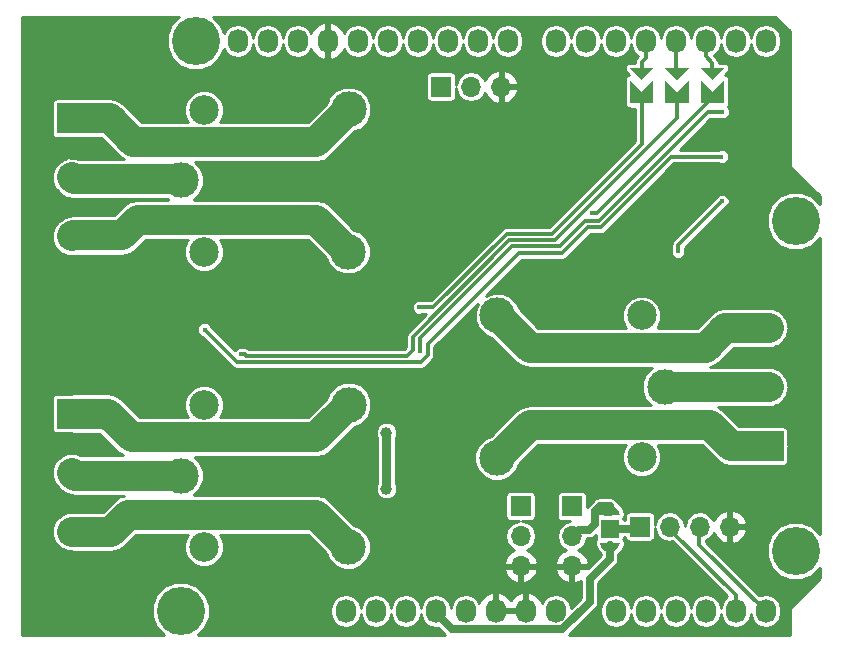
<source format=gbr>
G04 #@! TF.FileFunction,Copper,L2,Bot,Signal*
%FSLAX46Y46*%
G04 Gerber Fmt 4.6, Leading zero omitted, Abs format (unit mm)*
G04 Created by KiCad (PCBNEW 4.0.7) date 09/29/18 17:05:15*
%MOMM*%
%LPD*%
G01*
G04 APERTURE LIST*
%ADD10C,0.100000*%
%ADD11O,1.727200X2.032000*%
%ADD12C,4.064000*%
%ADD13C,2.500000*%
%ADD14R,2.500000X2.500000*%
%ADD15C,3.000000*%
%ADD16R,1.500000X1.500000*%
%ADD17R,1.700000X1.700000*%
%ADD18O,1.700000X1.700000*%
%ADD19C,0.600000*%
%ADD20C,0.400000*%
%ADD21C,1.000000*%
%ADD22C,0.635000*%
%ADD23C,0.304800*%
%ADD24C,0.762000*%
%ADD25C,2.540000*%
%ADD26C,0.254000*%
G04 APERTURE END LIST*
D10*
D11*
X138938000Y-123825000D03*
X141478000Y-123825000D03*
X144018000Y-123825000D03*
X146558000Y-123825000D03*
X149098000Y-123825000D03*
X151638000Y-123825000D03*
X154178000Y-123825000D03*
X156718000Y-123825000D03*
X161798000Y-123825000D03*
X164338000Y-123825000D03*
X166878000Y-123825000D03*
X169418000Y-123825000D03*
X171958000Y-123825000D03*
X174498000Y-123825000D03*
X129794000Y-75565000D03*
X132334000Y-75565000D03*
X134874000Y-75565000D03*
X137414000Y-75565000D03*
X139954000Y-75565000D03*
X142494000Y-75565000D03*
X145034000Y-75565000D03*
X147574000Y-75565000D03*
X150114000Y-75565000D03*
X152654000Y-75565000D03*
X156718000Y-75565000D03*
X159258000Y-75565000D03*
X161798000Y-75565000D03*
X164338000Y-75565000D03*
X166878000Y-75565000D03*
X169418000Y-75565000D03*
X171958000Y-75565000D03*
X174498000Y-75565000D03*
D12*
X124968000Y-123825000D03*
X177038000Y-118745000D03*
X126238000Y-75565000D03*
X177038000Y-90805000D03*
D13*
X174748000Y-99865000D03*
D14*
X174748000Y-109865000D03*
D13*
X174748000Y-104865000D03*
X115748000Y-92115000D03*
D14*
X115748000Y-82115000D03*
D13*
X115748000Y-87115000D03*
X115748000Y-117115000D03*
D14*
X115748000Y-107115000D03*
D13*
X115748000Y-112115000D03*
X163998000Y-98815000D03*
D15*
X151798000Y-98815000D03*
X151748000Y-110865000D03*
D13*
X163998000Y-110815000D03*
D15*
X165948000Y-104865000D03*
D13*
X126948000Y-93415000D03*
D15*
X139148000Y-93415000D03*
X139198000Y-81365000D03*
D13*
X126948000Y-81415000D03*
D15*
X124998000Y-87365000D03*
D13*
X126948000Y-118415000D03*
D15*
X139148000Y-118415000D03*
X139198000Y-106365000D03*
D13*
X126948000Y-106415000D03*
D15*
X124998000Y-112365000D03*
D10*
G36*
X170997500Y-77865000D02*
X169998500Y-78865000D01*
X169997500Y-78865000D01*
X168998500Y-77865000D01*
X170997500Y-77865000D01*
X170997500Y-77865000D01*
G37*
G36*
X170998000Y-80864500D02*
X169998000Y-79865500D01*
X169998000Y-79864500D01*
X170998000Y-78865500D01*
X170998000Y-80864500D01*
X170998000Y-80864500D01*
G37*
G36*
X168998000Y-78865500D02*
X169998000Y-79864500D01*
X169998000Y-79865500D01*
X168998000Y-80864500D01*
X168998000Y-78865500D01*
X168998000Y-78865500D01*
G37*
G36*
X168998500Y-80865000D02*
X169997500Y-79865000D01*
X169998500Y-79865000D01*
X170997500Y-80865000D01*
X168998500Y-80865000D01*
X168998500Y-80865000D01*
G37*
G36*
X167997500Y-77865000D02*
X166998500Y-78865000D01*
X166997500Y-78865000D01*
X165998500Y-77865000D01*
X167997500Y-77865000D01*
X167997500Y-77865000D01*
G37*
G36*
X167998000Y-80864500D02*
X166998000Y-79865500D01*
X166998000Y-79864500D01*
X167998000Y-78865500D01*
X167998000Y-80864500D01*
X167998000Y-80864500D01*
G37*
G36*
X165998000Y-78865500D02*
X166998000Y-79864500D01*
X166998000Y-79865500D01*
X165998000Y-80864500D01*
X165998000Y-78865500D01*
X165998000Y-78865500D01*
G37*
G36*
X165998500Y-80865000D02*
X166997500Y-79865000D01*
X166998500Y-79865000D01*
X167997500Y-80865000D01*
X165998500Y-80865000D01*
X165998500Y-80865000D01*
G37*
G36*
X164997500Y-77865000D02*
X163998500Y-78865000D01*
X163997500Y-78865000D01*
X162998500Y-77865000D01*
X164997500Y-77865000D01*
X164997500Y-77865000D01*
G37*
G36*
X164998000Y-80864500D02*
X163998000Y-79865500D01*
X163998000Y-79864500D01*
X164998000Y-78865500D01*
X164998000Y-80864500D01*
X164998000Y-80864500D01*
G37*
G36*
X162998000Y-78865500D02*
X163998000Y-79864500D01*
X163998000Y-79865500D01*
X162998000Y-80864500D01*
X162998000Y-78865500D01*
X162998000Y-78865500D01*
G37*
G36*
X162998500Y-80865000D02*
X163997500Y-79865000D01*
X163998500Y-79865000D01*
X164997500Y-80865000D01*
X162998500Y-80865000D01*
X162998500Y-80865000D01*
G37*
G36*
X161698000Y-114975000D02*
X160898000Y-114975000D01*
X161198000Y-114875000D01*
X161398000Y-114875000D01*
X161698000Y-114975000D01*
X161698000Y-114975000D01*
G37*
G36*
X161998000Y-115275000D02*
X160598000Y-115275000D01*
X160898000Y-114975000D01*
X161698000Y-114975000D01*
X161998000Y-115275000D01*
X161998000Y-115275000D01*
G37*
G36*
X162148000Y-115675000D02*
X160448000Y-115675000D01*
X160598000Y-115275000D01*
X161998000Y-115275000D01*
X162148000Y-115675000D01*
X162148000Y-115675000D01*
G37*
G36*
X160448000Y-118055000D02*
X162148000Y-118055000D01*
X161998000Y-118455000D01*
X160598000Y-118455000D01*
X160448000Y-118055000D01*
X160448000Y-118055000D01*
G37*
G36*
X160598000Y-118455000D02*
X161998000Y-118455000D01*
X161698000Y-118755000D01*
X160898000Y-118755000D01*
X160598000Y-118455000D01*
X160598000Y-118455000D01*
G37*
G36*
X160898000Y-118755000D02*
X161698000Y-118755000D01*
X161398000Y-118855000D01*
X161198000Y-118855000D01*
X160898000Y-118755000D01*
X160898000Y-118755000D01*
G37*
D16*
X161298000Y-116865000D03*
D17*
X153758000Y-114955000D03*
D18*
X153758000Y-117495000D03*
X153758000Y-120035000D03*
D17*
X158098000Y-114965000D03*
D18*
X158098000Y-117505000D03*
X158098000Y-120045000D03*
D17*
X147018000Y-79435000D03*
D18*
X149558000Y-79435000D03*
X152098000Y-79435000D03*
D17*
X163848000Y-116685000D03*
D18*
X166388000Y-116685000D03*
X168928000Y-116685000D03*
X171468000Y-116685000D03*
D19*
X130598000Y-121790000D03*
X162598000Y-94390000D03*
X138473000Y-98415000D03*
X124023000Y-98490000D03*
D20*
X167073000Y-93390000D03*
X170823000Y-89115000D03*
X126998000Y-100015000D03*
X170748000Y-85365000D03*
D21*
X142398000Y-108740000D03*
X142398000Y-113465000D03*
D20*
X145273000Y-101790000D03*
X170848000Y-81590000D03*
X159773000Y-90165000D03*
X130098000Y-102090000D03*
X145173000Y-98115000D03*
D22*
X161298000Y-114925000D02*
X160478000Y-114925000D01*
X160478000Y-114925000D02*
X160058000Y-115345000D01*
X161298000Y-115125000D02*
X161298000Y-114925000D01*
X161298000Y-115475000D02*
X161298000Y-115125000D01*
X161298000Y-115475000D02*
X161008000Y-115475000D01*
X160030499Y-116452501D02*
X159548000Y-116935000D01*
X161008000Y-115475000D02*
X160878000Y-115345000D01*
X160878000Y-115345000D02*
X160058000Y-115345000D01*
X160058000Y-115345000D02*
X160030499Y-115372501D01*
X160030499Y-115372501D02*
X160030499Y-116452501D01*
X159548000Y-116935000D02*
X158668000Y-116935000D01*
X158668000Y-116935000D02*
X158098000Y-117505000D01*
D23*
X171958000Y-123825000D02*
X171958000Y-122504200D01*
X166423000Y-116720000D02*
X166388000Y-116685000D01*
X171958000Y-122504200D02*
X166423000Y-116969200D01*
X166423000Y-116969200D02*
X166423000Y-116720000D01*
X174498000Y-123825000D02*
X168898000Y-118225000D01*
X168898000Y-118225000D02*
X168898000Y-116715000D01*
X168898000Y-116715000D02*
X168928000Y-116685000D01*
X167073000Y-93107158D02*
X167073000Y-93390000D01*
X167073000Y-92865000D02*
X167073000Y-93107158D01*
X170823000Y-89115000D02*
X167073000Y-92865000D01*
X170748000Y-85365000D02*
X166523000Y-85365000D01*
X166523000Y-85365000D02*
X160548000Y-91340000D01*
X160548000Y-91340000D02*
X159473000Y-91340000D01*
X159473000Y-91340000D02*
X157298000Y-93515000D01*
X157298000Y-93515000D02*
X153598000Y-93515000D01*
X153598000Y-93515000D02*
X145873000Y-101240000D01*
X145873000Y-102190000D02*
X145323000Y-102740000D01*
X127197999Y-100214999D02*
X126998000Y-100015000D01*
X145873000Y-101240000D02*
X145873000Y-102190000D01*
X145323000Y-102740000D02*
X129723000Y-102740000D01*
X129723000Y-102740000D02*
X127197999Y-100214999D01*
D24*
X142398000Y-113465000D02*
X142398000Y-108740000D01*
D23*
X170848000Y-81590000D02*
X169584090Y-81590000D01*
X169584090Y-81590000D02*
X160384090Y-90790000D01*
X160384090Y-90790000D02*
X159223000Y-90790000D01*
X159223000Y-90790000D02*
X157048000Y-92965000D01*
X145273000Y-101507158D02*
X145273000Y-101790000D01*
X157048000Y-92965000D02*
X153023000Y-92965000D01*
X153023000Y-92965000D02*
X145273000Y-100715000D01*
X145273000Y-100715000D02*
X145273000Y-101507158D01*
D25*
X171098000Y-99865000D02*
X169427999Y-101535001D01*
X169427999Y-101535001D02*
X154518001Y-101535001D01*
X154518001Y-101535001D02*
X153297999Y-100314999D01*
X153297999Y-100314999D02*
X151798000Y-98815000D01*
X174748000Y-99865000D02*
X171098000Y-99865000D01*
X151748000Y-110865000D02*
X154518001Y-108094999D01*
X154518001Y-108094999D02*
X169802999Y-108094999D01*
X169802999Y-108094999D02*
X171573000Y-109865000D01*
X171573000Y-109865000D02*
X174748000Y-109865000D01*
X165948000Y-104865000D02*
X174748000Y-104865000D01*
D22*
X161298000Y-118605000D02*
X161298000Y-119440000D01*
X161298000Y-119440000D02*
X159598000Y-121140000D01*
X159598000Y-121140000D02*
X159598000Y-123050584D01*
X159598000Y-123050584D02*
X157258584Y-125390000D01*
X157258584Y-125390000D02*
X147970600Y-125390000D01*
X147970600Y-125390000D02*
X146558000Y-123977400D01*
X146558000Y-123977400D02*
X146558000Y-123825000D01*
X161298000Y-118605000D02*
X161298000Y-118805000D01*
X161298000Y-118255000D02*
X161298000Y-118605000D01*
D23*
X164338000Y-77025000D02*
X163998000Y-77365000D01*
X163998000Y-77365000D02*
X163998000Y-78365000D01*
X164338000Y-75565000D02*
X164338000Y-77025000D01*
X166998000Y-78365000D02*
X166898000Y-78265000D01*
X166898000Y-75585000D02*
X166878000Y-75565000D01*
X166898000Y-78265000D02*
X166898000Y-75585000D01*
X169998000Y-77465800D02*
X169998000Y-78365000D01*
X169418000Y-75565000D02*
X169418000Y-76885800D01*
X169418000Y-76885800D02*
X169998000Y-77465800D01*
X160198000Y-90165000D02*
X160055842Y-90165000D01*
X169998000Y-80365000D02*
X160198000Y-90165000D01*
X160055842Y-90165000D02*
X159773000Y-90165000D01*
X169998000Y-80365000D02*
X170498000Y-79865000D01*
X169498000Y-79865000D02*
X169998000Y-80365000D01*
X166998000Y-80365000D02*
X166998000Y-82090000D01*
X156627810Y-92460190D02*
X152813900Y-92460190D01*
X166998000Y-82090000D02*
X156627810Y-92460190D01*
X152813900Y-92460190D02*
X144648000Y-100626090D01*
X130380842Y-102090000D02*
X130098000Y-102090000D01*
X144648000Y-100626090D02*
X144648000Y-101715000D01*
X144648000Y-101715000D02*
X144148000Y-102215000D01*
X144148000Y-102215000D02*
X130505842Y-102215000D01*
X130505842Y-102215000D02*
X130380842Y-102090000D01*
X166998000Y-80365000D02*
X167498000Y-79865000D01*
X166498000Y-79865000D02*
X166998000Y-80365000D01*
X145173000Y-98115000D02*
X146373000Y-98115000D01*
X146373000Y-98115000D02*
X152598000Y-91890000D01*
X152598000Y-91890000D02*
X156373000Y-91890000D01*
X156373000Y-91890000D02*
X163998000Y-84265000D01*
X163998000Y-84265000D02*
X163998000Y-80365000D01*
X163998000Y-80365000D02*
X163498000Y-79865000D01*
X164498000Y-79865000D02*
X163998000Y-80365000D01*
D25*
X139148000Y-93415000D02*
X136427999Y-90694999D01*
X136427999Y-90694999D02*
X121368001Y-90694999D01*
X121368001Y-90694999D02*
X120023000Y-92040000D01*
X120023000Y-92040000D02*
X115823000Y-92040000D01*
X115823000Y-92040000D02*
X115748000Y-92115000D01*
X115748000Y-82115000D02*
X118948000Y-82115000D01*
X118948000Y-82115000D02*
X120968001Y-84135001D01*
X120968001Y-84135001D02*
X136427999Y-84135001D01*
X136427999Y-84135001D02*
X137698001Y-82864999D01*
X137698001Y-82864999D02*
X139198000Y-81365000D01*
X115748000Y-87115000D02*
X115923000Y-87290000D01*
X115923000Y-87290000D02*
X124923000Y-87290000D01*
X124923000Y-87290000D02*
X124998000Y-87365000D01*
X115748000Y-117115000D02*
X119073000Y-117115000D01*
X119073000Y-117115000D02*
X120493001Y-115694999D01*
X120493001Y-115694999D02*
X136427999Y-115694999D01*
X136427999Y-115694999D02*
X137648001Y-116915001D01*
X137648001Y-116915001D02*
X139148000Y-118415000D01*
X115748000Y-107115000D02*
X118798000Y-107115000D01*
X137698001Y-107864999D02*
X139198000Y-106365000D01*
X118798000Y-107115000D02*
X120818001Y-109135001D01*
X120818001Y-109135001D02*
X136427999Y-109135001D01*
X136427999Y-109135001D02*
X137698001Y-107864999D01*
X124998000Y-112365000D02*
X115998000Y-112365000D01*
X115998000Y-112365000D02*
X115748000Y-112115000D01*
D22*
X161298000Y-116865000D02*
X163668000Y-116865000D01*
X163668000Y-116865000D02*
X163848000Y-116685000D01*
D26*
G36*
X124154577Y-74170270D02*
X123779427Y-75073729D01*
X123778574Y-76051980D01*
X124152145Y-76956092D01*
X124843270Y-77648423D01*
X125746729Y-78023573D01*
X126724980Y-78024426D01*
X127629092Y-77650855D01*
X128321423Y-76959730D01*
X128613250Y-76256935D01*
X128881408Y-76658262D01*
X129300109Y-76938029D01*
X129794000Y-77036270D01*
X130287891Y-76938029D01*
X130706592Y-76658262D01*
X130986359Y-76239561D01*
X131064000Y-75849233D01*
X131141641Y-76239561D01*
X131421408Y-76658262D01*
X131840109Y-76938029D01*
X132334000Y-77036270D01*
X132827891Y-76938029D01*
X133246592Y-76658262D01*
X133526359Y-76239561D01*
X133604000Y-75849233D01*
X133681641Y-76239561D01*
X133961408Y-76658262D01*
X134380109Y-76938029D01*
X134874000Y-77036270D01*
X135367891Y-76938029D01*
X135786592Y-76658262D01*
X136047862Y-76267243D01*
X136122046Y-76479320D01*
X136511964Y-76915732D01*
X137039209Y-77169709D01*
X137054974Y-77172358D01*
X137287000Y-77051217D01*
X137287000Y-75692000D01*
X137267000Y-75692000D01*
X137267000Y-75438000D01*
X137287000Y-75438000D01*
X137287000Y-74078783D01*
X137541000Y-74078783D01*
X137541000Y-75438000D01*
X137561000Y-75438000D01*
X137561000Y-75692000D01*
X137541000Y-75692000D01*
X137541000Y-77051217D01*
X137773026Y-77172358D01*
X137788791Y-77169709D01*
X138316036Y-76915732D01*
X138705954Y-76479320D01*
X138780138Y-76267243D01*
X139041408Y-76658262D01*
X139460109Y-76938029D01*
X139954000Y-77036270D01*
X140447891Y-76938029D01*
X140866592Y-76658262D01*
X141146359Y-76239561D01*
X141224000Y-75849233D01*
X141301641Y-76239561D01*
X141581408Y-76658262D01*
X142000109Y-76938029D01*
X142494000Y-77036270D01*
X142987891Y-76938029D01*
X143406592Y-76658262D01*
X143686359Y-76239561D01*
X143764000Y-75849233D01*
X143841641Y-76239561D01*
X144121408Y-76658262D01*
X144540109Y-76938029D01*
X145034000Y-77036270D01*
X145527891Y-76938029D01*
X145946592Y-76658262D01*
X146226359Y-76239561D01*
X146304000Y-75849233D01*
X146381641Y-76239561D01*
X146661408Y-76658262D01*
X147080109Y-76938029D01*
X147574000Y-77036270D01*
X148067891Y-76938029D01*
X148486592Y-76658262D01*
X148766359Y-76239561D01*
X148844000Y-75849233D01*
X148921641Y-76239561D01*
X149201408Y-76658262D01*
X149620109Y-76938029D01*
X150114000Y-77036270D01*
X150607891Y-76938029D01*
X151026592Y-76658262D01*
X151306359Y-76239561D01*
X151384000Y-75849233D01*
X151461641Y-76239561D01*
X151741408Y-76658262D01*
X152160109Y-76938029D01*
X152654000Y-77036270D01*
X153147891Y-76938029D01*
X153566592Y-76658262D01*
X153846359Y-76239561D01*
X153944600Y-75745670D01*
X153944600Y-75384330D01*
X153846359Y-74890439D01*
X153566592Y-74471738D01*
X153147891Y-74191971D01*
X152654000Y-74093730D01*
X152160109Y-74191971D01*
X151741408Y-74471738D01*
X151461641Y-74890439D01*
X151384000Y-75280767D01*
X151306359Y-74890439D01*
X151026592Y-74471738D01*
X150607891Y-74191971D01*
X150114000Y-74093730D01*
X149620109Y-74191971D01*
X149201408Y-74471738D01*
X148921641Y-74890439D01*
X148844000Y-75280767D01*
X148766359Y-74890439D01*
X148486592Y-74471738D01*
X148067891Y-74191971D01*
X147574000Y-74093730D01*
X147080109Y-74191971D01*
X146661408Y-74471738D01*
X146381641Y-74890439D01*
X146304000Y-75280767D01*
X146226359Y-74890439D01*
X145946592Y-74471738D01*
X145527891Y-74191971D01*
X145034000Y-74093730D01*
X144540109Y-74191971D01*
X144121408Y-74471738D01*
X143841641Y-74890439D01*
X143764000Y-75280767D01*
X143686359Y-74890439D01*
X143406592Y-74471738D01*
X142987891Y-74191971D01*
X142494000Y-74093730D01*
X142000109Y-74191971D01*
X141581408Y-74471738D01*
X141301641Y-74890439D01*
X141224000Y-75280767D01*
X141146359Y-74890439D01*
X140866592Y-74471738D01*
X140447891Y-74191971D01*
X139954000Y-74093730D01*
X139460109Y-74191971D01*
X139041408Y-74471738D01*
X138780138Y-74862757D01*
X138705954Y-74650680D01*
X138316036Y-74214268D01*
X137788791Y-73960291D01*
X137773026Y-73957642D01*
X137541000Y-74078783D01*
X137287000Y-74078783D01*
X137054974Y-73957642D01*
X137039209Y-73960291D01*
X136511964Y-74214268D01*
X136122046Y-74650680D01*
X136047862Y-74862757D01*
X135786592Y-74471738D01*
X135367891Y-74191971D01*
X134874000Y-74093730D01*
X134380109Y-74191971D01*
X133961408Y-74471738D01*
X133681641Y-74890439D01*
X133604000Y-75280767D01*
X133526359Y-74890439D01*
X133246592Y-74471738D01*
X132827891Y-74191971D01*
X132334000Y-74093730D01*
X131840109Y-74191971D01*
X131421408Y-74471738D01*
X131141641Y-74890439D01*
X131064000Y-75280767D01*
X130986359Y-74890439D01*
X130706592Y-74471738D01*
X130287891Y-74191971D01*
X129794000Y-74093730D01*
X129300109Y-74191971D01*
X128881408Y-74471738D01*
X128612935Y-74873536D01*
X128323855Y-74173908D01*
X127678074Y-73527000D01*
X175306064Y-73527000D01*
X176536000Y-74756935D01*
X176536000Y-85978995D01*
X176535999Y-85979000D01*
X176574212Y-86171107D01*
X176683032Y-86333968D01*
X179076000Y-88726935D01*
X179076000Y-89365969D01*
X178432730Y-88721577D01*
X177529271Y-88346427D01*
X176551020Y-88345574D01*
X175646908Y-88719145D01*
X174954577Y-89410270D01*
X174579427Y-90313729D01*
X174578574Y-91291980D01*
X174952145Y-92196092D01*
X175643270Y-92888423D01*
X176546729Y-93263573D01*
X177524980Y-93264426D01*
X178429092Y-92890855D01*
X179076000Y-92245074D01*
X179076000Y-117305969D01*
X178432730Y-116661577D01*
X177529271Y-116286427D01*
X176551020Y-116285574D01*
X175646908Y-116659145D01*
X174954577Y-117350270D01*
X174579427Y-118253729D01*
X174578574Y-119231980D01*
X174952145Y-120136092D01*
X175643270Y-120828423D01*
X176546729Y-121203573D01*
X177524980Y-121204426D01*
X178429092Y-120830855D01*
X179076000Y-120185074D01*
X179076000Y-121077065D01*
X176683032Y-123470032D01*
X176574212Y-123632893D01*
X176535999Y-123825000D01*
X176536000Y-123825005D01*
X176536000Y-125863000D01*
X157838466Y-125863000D01*
X160124441Y-123577025D01*
X160200572Y-123463087D01*
X160285828Y-123335492D01*
X160342500Y-123050584D01*
X160342500Y-121448382D01*
X161824441Y-119966441D01*
X161985828Y-119724908D01*
X162042500Y-119440000D01*
X162042500Y-119026200D01*
X162305850Y-118762850D01*
X162309453Y-118757655D01*
X162314055Y-118754420D01*
X162335584Y-118719972D01*
X162394232Y-118635397D01*
X162397638Y-118620678D01*
X162405645Y-118607867D01*
X162555645Y-118207867D01*
X162583199Y-118067028D01*
X162553591Y-117896763D01*
X162460073Y-117751433D01*
X162456263Y-117748830D01*
X162483365Y-117615000D01*
X162483365Y-117609500D01*
X162576653Y-117609500D01*
X162592409Y-117693237D01*
X162685927Y-117838567D01*
X162828619Y-117936064D01*
X162998000Y-117970365D01*
X164698000Y-117970365D01*
X164856237Y-117940591D01*
X165001567Y-117847073D01*
X165099064Y-117704381D01*
X165133365Y-117535000D01*
X165133365Y-116822454D01*
X165208206Y-117198705D01*
X165485025Y-117612993D01*
X165899313Y-117889812D01*
X166388000Y-117987018D01*
X166582695Y-117948291D01*
X171237674Y-122603270D01*
X171045408Y-122731738D01*
X170765641Y-123150439D01*
X170688000Y-123540767D01*
X170610359Y-123150439D01*
X170330592Y-122731738D01*
X169911891Y-122451971D01*
X169418000Y-122353730D01*
X168924109Y-122451971D01*
X168505408Y-122731738D01*
X168225641Y-123150439D01*
X168148000Y-123540767D01*
X168070359Y-123150439D01*
X167790592Y-122731738D01*
X167371891Y-122451971D01*
X166878000Y-122353730D01*
X166384109Y-122451971D01*
X165965408Y-122731738D01*
X165685641Y-123150439D01*
X165608000Y-123540767D01*
X165530359Y-123150439D01*
X165250592Y-122731738D01*
X164831891Y-122451971D01*
X164338000Y-122353730D01*
X163844109Y-122451971D01*
X163425408Y-122731738D01*
X163145641Y-123150439D01*
X163068000Y-123540767D01*
X162990359Y-123150439D01*
X162710592Y-122731738D01*
X162291891Y-122451971D01*
X161798000Y-122353730D01*
X161304109Y-122451971D01*
X160885408Y-122731738D01*
X160605641Y-123150439D01*
X160507400Y-123644330D01*
X160507400Y-124005670D01*
X160605641Y-124499561D01*
X160885408Y-124918262D01*
X161304109Y-125198029D01*
X161798000Y-125296270D01*
X162291891Y-125198029D01*
X162710592Y-124918262D01*
X162990359Y-124499561D01*
X163068000Y-124109233D01*
X163145641Y-124499561D01*
X163425408Y-124918262D01*
X163844109Y-125198029D01*
X164338000Y-125296270D01*
X164831891Y-125198029D01*
X165250592Y-124918262D01*
X165530359Y-124499561D01*
X165608000Y-124109233D01*
X165685641Y-124499561D01*
X165965408Y-124918262D01*
X166384109Y-125198029D01*
X166878000Y-125296270D01*
X167371891Y-125198029D01*
X167790592Y-124918262D01*
X168070359Y-124499561D01*
X168148000Y-124109233D01*
X168225641Y-124499561D01*
X168505408Y-124918262D01*
X168924109Y-125198029D01*
X169418000Y-125296270D01*
X169911891Y-125198029D01*
X170330592Y-124918262D01*
X170610359Y-124499561D01*
X170688000Y-124109233D01*
X170765641Y-124499561D01*
X171045408Y-124918262D01*
X171464109Y-125198029D01*
X171958000Y-125296270D01*
X172451891Y-125198029D01*
X172870592Y-124918262D01*
X173150359Y-124499561D01*
X173228000Y-124109233D01*
X173305641Y-124499561D01*
X173585408Y-124918262D01*
X174004109Y-125198029D01*
X174498000Y-125296270D01*
X174991891Y-125198029D01*
X175410592Y-124918262D01*
X175690359Y-124499561D01*
X175788600Y-124005670D01*
X175788600Y-123644330D01*
X175690359Y-123150439D01*
X175410592Y-122731738D01*
X174991891Y-122451971D01*
X174498000Y-122353730D01*
X174004109Y-122451971D01*
X173968296Y-122475900D01*
X169477400Y-117985004D01*
X169477400Y-117849245D01*
X169830975Y-117612993D01*
X170103309Y-117205417D01*
X170272817Y-117566358D01*
X170701076Y-117956645D01*
X171111110Y-118126476D01*
X171341000Y-118005155D01*
X171341000Y-116812000D01*
X171595000Y-116812000D01*
X171595000Y-118005155D01*
X171824890Y-118126476D01*
X172234924Y-117956645D01*
X172663183Y-117566358D01*
X172909486Y-117041892D01*
X172788819Y-116812000D01*
X171595000Y-116812000D01*
X171341000Y-116812000D01*
X171321000Y-116812000D01*
X171321000Y-116558000D01*
X171341000Y-116558000D01*
X171341000Y-115364845D01*
X171595000Y-115364845D01*
X171595000Y-116558000D01*
X172788819Y-116558000D01*
X172909486Y-116328108D01*
X172663183Y-115803642D01*
X172234924Y-115413355D01*
X171824890Y-115243524D01*
X171595000Y-115364845D01*
X171341000Y-115364845D01*
X171111110Y-115243524D01*
X170701076Y-115413355D01*
X170272817Y-115803642D01*
X170103309Y-116164583D01*
X169830975Y-115757007D01*
X169416687Y-115480188D01*
X168928000Y-115382982D01*
X168439313Y-115480188D01*
X168025025Y-115757007D01*
X167748206Y-116171295D01*
X167658000Y-116624791D01*
X167567794Y-116171295D01*
X167290975Y-115757007D01*
X166876687Y-115480188D01*
X166388000Y-115382982D01*
X165899313Y-115480188D01*
X165485025Y-115757007D01*
X165208206Y-116171295D01*
X165133365Y-116547546D01*
X165133365Y-115835000D01*
X165103591Y-115676763D01*
X165010073Y-115531433D01*
X164867381Y-115433936D01*
X164698000Y-115399635D01*
X162998000Y-115399635D01*
X162839763Y-115429409D01*
X162694433Y-115522927D01*
X162596936Y-115665619D01*
X162562635Y-115835000D01*
X162562635Y-116120500D01*
X162483365Y-116120500D01*
X162483365Y-116115000D01*
X162456938Y-115974553D01*
X162541815Y-115860613D01*
X162583002Y-115692774D01*
X162555645Y-115522133D01*
X162405645Y-115122133D01*
X162402493Y-115117162D01*
X162401366Y-115111175D01*
X162340304Y-115019102D01*
X162310073Y-114971433D01*
X162307545Y-114969706D01*
X162305850Y-114967150D01*
X162005850Y-114667150D01*
X161993884Y-114659095D01*
X161988091Y-114651468D01*
X161985828Y-114640092D01*
X161824441Y-114398559D01*
X161582908Y-114237172D01*
X161298000Y-114180500D01*
X160478000Y-114180500D01*
X160193092Y-114237172D01*
X159978586Y-114380500D01*
X159951559Y-114398559D01*
X159504058Y-114846060D01*
X159383365Y-115026690D01*
X159383365Y-114115000D01*
X159353591Y-113956763D01*
X159260073Y-113811433D01*
X159117381Y-113713936D01*
X158948000Y-113679635D01*
X157248000Y-113679635D01*
X157089763Y-113709409D01*
X156944433Y-113802927D01*
X156846936Y-113945619D01*
X156812635Y-114115000D01*
X156812635Y-115815000D01*
X156842409Y-115973237D01*
X156935927Y-116118567D01*
X157078619Y-116216064D01*
X157248000Y-116250365D01*
X157960546Y-116250365D01*
X157584295Y-116325206D01*
X157170007Y-116602025D01*
X156893188Y-117016313D01*
X156795982Y-117505000D01*
X156893188Y-117993687D01*
X157170007Y-118407975D01*
X157577583Y-118680309D01*
X157216642Y-118849817D01*
X156826355Y-119278076D01*
X156656524Y-119688110D01*
X156777845Y-119918000D01*
X157971000Y-119918000D01*
X157971000Y-119898000D01*
X158225000Y-119898000D01*
X158225000Y-119918000D01*
X159418155Y-119918000D01*
X159539476Y-119688110D01*
X159369645Y-119278076D01*
X158979358Y-118849817D01*
X158618417Y-118680309D01*
X159025993Y-118407975D01*
X159302812Y-117993687D01*
X159365308Y-117679500D01*
X159548000Y-117679500D01*
X159832908Y-117622828D01*
X160074441Y-117461441D01*
X160112635Y-117423247D01*
X160112635Y-117615000D01*
X160139062Y-117755447D01*
X160054185Y-117869387D01*
X160012998Y-118037226D01*
X160040355Y-118207867D01*
X160190355Y-118607867D01*
X160193507Y-118612838D01*
X160194634Y-118618825D01*
X160255696Y-118710898D01*
X160285927Y-118758567D01*
X160288455Y-118760294D01*
X160290150Y-118762850D01*
X160553500Y-119026200D01*
X160553500Y-119131618D01*
X159450959Y-120234159D01*
X159418155Y-120172000D01*
X158225000Y-120172000D01*
X158225000Y-121365819D01*
X158454892Y-121486486D01*
X158853500Y-121299289D01*
X158853500Y-122742202D01*
X157999105Y-123596597D01*
X157910359Y-123150439D01*
X157630592Y-122731738D01*
X157211891Y-122451971D01*
X156718000Y-122353730D01*
X156224109Y-122451971D01*
X155805408Y-122731738D01*
X155544138Y-123122757D01*
X155469954Y-122910680D01*
X155080036Y-122474268D01*
X154552791Y-122220291D01*
X154537026Y-122217642D01*
X154305000Y-122338783D01*
X154305000Y-123698000D01*
X154325000Y-123698000D01*
X154325000Y-123952000D01*
X154305000Y-123952000D01*
X154305000Y-123972000D01*
X154051000Y-123972000D01*
X154051000Y-123952000D01*
X151765000Y-123952000D01*
X151765000Y-123972000D01*
X151511000Y-123972000D01*
X151511000Y-123952000D01*
X151491000Y-123952000D01*
X151491000Y-123698000D01*
X151511000Y-123698000D01*
X151511000Y-122338783D01*
X151765000Y-122338783D01*
X151765000Y-123698000D01*
X154051000Y-123698000D01*
X154051000Y-122338783D01*
X153818974Y-122217642D01*
X153803209Y-122220291D01*
X153275964Y-122474268D01*
X152908000Y-122886108D01*
X152540036Y-122474268D01*
X152012791Y-122220291D01*
X151997026Y-122217642D01*
X151765000Y-122338783D01*
X151511000Y-122338783D01*
X151278974Y-122217642D01*
X151263209Y-122220291D01*
X150735964Y-122474268D01*
X150346046Y-122910680D01*
X150271862Y-123122757D01*
X150010592Y-122731738D01*
X149591891Y-122451971D01*
X149098000Y-122353730D01*
X148604109Y-122451971D01*
X148185408Y-122731738D01*
X147905641Y-123150439D01*
X147828000Y-123540767D01*
X147750359Y-123150439D01*
X147470592Y-122731738D01*
X147051891Y-122451971D01*
X146558000Y-122353730D01*
X146064109Y-122451971D01*
X145645408Y-122731738D01*
X145365641Y-123150439D01*
X145288000Y-123540767D01*
X145210359Y-123150439D01*
X144930592Y-122731738D01*
X144511891Y-122451971D01*
X144018000Y-122353730D01*
X143524109Y-122451971D01*
X143105408Y-122731738D01*
X142825641Y-123150439D01*
X142748000Y-123540767D01*
X142670359Y-123150439D01*
X142390592Y-122731738D01*
X141971891Y-122451971D01*
X141478000Y-122353730D01*
X140984109Y-122451971D01*
X140565408Y-122731738D01*
X140285641Y-123150439D01*
X140208000Y-123540767D01*
X140130359Y-123150439D01*
X139850592Y-122731738D01*
X139431891Y-122451971D01*
X138938000Y-122353730D01*
X138444109Y-122451971D01*
X138025408Y-122731738D01*
X137745641Y-123150439D01*
X137647400Y-123644330D01*
X137647400Y-124005670D01*
X137745641Y-124499561D01*
X138025408Y-124918262D01*
X138444109Y-125198029D01*
X138938000Y-125296270D01*
X139431891Y-125198029D01*
X139850592Y-124918262D01*
X140130359Y-124499561D01*
X140208000Y-124109233D01*
X140285641Y-124499561D01*
X140565408Y-124918262D01*
X140984109Y-125198029D01*
X141478000Y-125296270D01*
X141971891Y-125198029D01*
X142390592Y-124918262D01*
X142670359Y-124499561D01*
X142748000Y-124109233D01*
X142825641Y-124499561D01*
X143105408Y-124918262D01*
X143524109Y-125198029D01*
X144018000Y-125296270D01*
X144511891Y-125198029D01*
X144930592Y-124918262D01*
X145210359Y-124499561D01*
X145288000Y-124109233D01*
X145365641Y-124499561D01*
X145645408Y-124918262D01*
X146064109Y-125198029D01*
X146558000Y-125296270D01*
X146779858Y-125252140D01*
X147390718Y-125863000D01*
X126407031Y-125863000D01*
X127051423Y-125219730D01*
X127426573Y-124316271D01*
X127427426Y-123338020D01*
X127053855Y-122433908D01*
X126362730Y-121741577D01*
X125459271Y-121366427D01*
X124481020Y-121365574D01*
X123576908Y-121739145D01*
X122884577Y-122430270D01*
X122509427Y-123333729D01*
X122508574Y-124311980D01*
X122882145Y-125216092D01*
X123527926Y-125863000D01*
X111500000Y-125863000D01*
X111500000Y-120391890D01*
X152316524Y-120391890D01*
X152486355Y-120801924D01*
X152876642Y-121230183D01*
X153401108Y-121476486D01*
X153631000Y-121355819D01*
X153631000Y-120162000D01*
X153885000Y-120162000D01*
X153885000Y-121355819D01*
X154114892Y-121476486D01*
X154639358Y-121230183D01*
X155029645Y-120801924D01*
X155195334Y-120401890D01*
X156656524Y-120401890D01*
X156826355Y-120811924D01*
X157216642Y-121240183D01*
X157741108Y-121486486D01*
X157971000Y-121365819D01*
X157971000Y-120172000D01*
X156777845Y-120172000D01*
X156656524Y-120401890D01*
X155195334Y-120401890D01*
X155199476Y-120391890D01*
X155078155Y-120162000D01*
X153885000Y-120162000D01*
X153631000Y-120162000D01*
X152437845Y-120162000D01*
X152316524Y-120391890D01*
X111500000Y-120391890D01*
X111500000Y-107115000D01*
X114051000Y-107115000D01*
X114062635Y-107173493D01*
X114062635Y-108365000D01*
X114092409Y-108523237D01*
X114185927Y-108668567D01*
X114328619Y-108766064D01*
X114498000Y-108800365D01*
X115689507Y-108800365D01*
X115748000Y-108812000D01*
X118095080Y-108812000D01*
X119618041Y-110334961D01*
X120116468Y-110668000D01*
X116636237Y-110668000D01*
X116483030Y-110604383D01*
X116397414Y-110547176D01*
X116297305Y-110527263D01*
X116083039Y-110438292D01*
X115848989Y-110438088D01*
X115748000Y-110418000D01*
X115647893Y-110437912D01*
X115415888Y-110437710D01*
X115199577Y-110527088D01*
X115098586Y-110547176D01*
X115013718Y-110603883D01*
X114799297Y-110692480D01*
X114633654Y-110857835D01*
X114548040Y-110915040D01*
X114491334Y-110999906D01*
X114327138Y-111163816D01*
X114237383Y-111379970D01*
X114180176Y-111465586D01*
X114160263Y-111565695D01*
X114071292Y-111779961D01*
X114071088Y-112014011D01*
X114051000Y-112115000D01*
X114070912Y-112215107D01*
X114070710Y-112447112D01*
X114160088Y-112663423D01*
X114180176Y-112764414D01*
X114236883Y-112849282D01*
X114325480Y-113063703D01*
X114490835Y-113229346D01*
X114548040Y-113314960D01*
X114798040Y-113564960D01*
X115348586Y-113932824D01*
X115998000Y-114062000D01*
X120171245Y-114062000D01*
X119843587Y-114127175D01*
X119293041Y-114495039D01*
X118370080Y-115418000D01*
X115748000Y-115418000D01*
X115647893Y-115437912D01*
X115415888Y-115437710D01*
X115199577Y-115527088D01*
X115098586Y-115547176D01*
X115013718Y-115603883D01*
X114799297Y-115692480D01*
X114633654Y-115857835D01*
X114548040Y-115915040D01*
X114491334Y-115999906D01*
X114327138Y-116163816D01*
X114237383Y-116379970D01*
X114180176Y-116465586D01*
X114160263Y-116565695D01*
X114071292Y-116779961D01*
X114071088Y-117014011D01*
X114051000Y-117115000D01*
X114070912Y-117215107D01*
X114070710Y-117447112D01*
X114160088Y-117663423D01*
X114180176Y-117764414D01*
X114236883Y-117849282D01*
X114325480Y-118063703D01*
X114490835Y-118229346D01*
X114548040Y-118314960D01*
X114632906Y-118371666D01*
X114796816Y-118535862D01*
X115012970Y-118625617D01*
X115098586Y-118682824D01*
X115198695Y-118702737D01*
X115412961Y-118791708D01*
X115647011Y-118791912D01*
X115748000Y-118812000D01*
X119073000Y-118812000D01*
X119722414Y-118682824D01*
X120272960Y-118314960D01*
X121195921Y-117391999D01*
X125599080Y-117391999D01*
X125527138Y-117463816D01*
X125271292Y-118079961D01*
X125270710Y-118747112D01*
X125525480Y-119363703D01*
X125996816Y-119835862D01*
X126612961Y-120091708D01*
X127280112Y-120092290D01*
X127896703Y-119837520D01*
X128368862Y-119366184D01*
X128624708Y-118750039D01*
X128625290Y-118082888D01*
X128370520Y-117466297D01*
X128296352Y-117391999D01*
X135725079Y-117391999D01*
X137284717Y-118951637D01*
X137513416Y-119505132D01*
X138055017Y-120047678D01*
X138763014Y-120341665D01*
X139529622Y-120342334D01*
X140238132Y-120049584D01*
X140610254Y-119678110D01*
X152316524Y-119678110D01*
X152437845Y-119908000D01*
X153631000Y-119908000D01*
X153631000Y-119888000D01*
X153885000Y-119888000D01*
X153885000Y-119908000D01*
X155078155Y-119908000D01*
X155199476Y-119678110D01*
X155029645Y-119268076D01*
X154639358Y-118839817D01*
X154278417Y-118670309D01*
X154685993Y-118397975D01*
X154962812Y-117983687D01*
X155060018Y-117495000D01*
X154962812Y-117006313D01*
X154685993Y-116592025D01*
X154271705Y-116315206D01*
X153895454Y-116240365D01*
X154608000Y-116240365D01*
X154766237Y-116210591D01*
X154911567Y-116117073D01*
X155009064Y-115974381D01*
X155043365Y-115805000D01*
X155043365Y-114105000D01*
X155013591Y-113946763D01*
X154920073Y-113801433D01*
X154777381Y-113703936D01*
X154608000Y-113669635D01*
X152908000Y-113669635D01*
X152749763Y-113699409D01*
X152604433Y-113792927D01*
X152506936Y-113935619D01*
X152472635Y-114105000D01*
X152472635Y-115805000D01*
X152502409Y-115963237D01*
X152595927Y-116108567D01*
X152738619Y-116206064D01*
X152908000Y-116240365D01*
X153620546Y-116240365D01*
X153244295Y-116315206D01*
X152830007Y-116592025D01*
X152553188Y-117006313D01*
X152455982Y-117495000D01*
X152553188Y-117983687D01*
X152830007Y-118397975D01*
X153237583Y-118670309D01*
X152876642Y-118839817D01*
X152486355Y-119268076D01*
X152316524Y-119678110D01*
X140610254Y-119678110D01*
X140780678Y-119507983D01*
X141074665Y-118799986D01*
X141075334Y-118033378D01*
X140782584Y-117324868D01*
X140240983Y-116782322D01*
X139683934Y-116551014D01*
X137627959Y-114495039D01*
X137077413Y-114127175D01*
X136427999Y-113997999D01*
X126089720Y-113997999D01*
X126630678Y-113457983D01*
X126924665Y-112749986D01*
X126925334Y-111983378D01*
X126632584Y-111274868D01*
X126190488Y-110832001D01*
X136427999Y-110832001D01*
X137077413Y-110702825D01*
X137627959Y-110334961D01*
X139039337Y-108923583D01*
X141470839Y-108923583D01*
X141590000Y-109211974D01*
X141590000Y-112993604D01*
X141471161Y-113279799D01*
X141470839Y-113648583D01*
X141611669Y-113989417D01*
X141872211Y-114250414D01*
X142212799Y-114391839D01*
X142581583Y-114392161D01*
X142922417Y-114251331D01*
X143183414Y-113990789D01*
X143324839Y-113650201D01*
X143325161Y-113281417D01*
X143206000Y-112993026D01*
X143206000Y-109211396D01*
X143324839Y-108925201D01*
X143325161Y-108556417D01*
X143184331Y-108215583D01*
X142923789Y-107954586D01*
X142583201Y-107813161D01*
X142214417Y-107812839D01*
X141873583Y-107953669D01*
X141612586Y-108214211D01*
X141471161Y-108554799D01*
X141470839Y-108923583D01*
X139039337Y-108923583D01*
X139734637Y-108228283D01*
X140288132Y-107999584D01*
X140830678Y-107457983D01*
X141124665Y-106749986D01*
X141125334Y-105983378D01*
X140832584Y-105274868D01*
X140290983Y-104732322D01*
X139582986Y-104438335D01*
X138816378Y-104437666D01*
X138107868Y-104730416D01*
X137565322Y-105272017D01*
X137334014Y-105829066D01*
X135725079Y-107438001D01*
X128296920Y-107438001D01*
X128368862Y-107366184D01*
X128624708Y-106750039D01*
X128625290Y-106082888D01*
X128370520Y-105466297D01*
X127899184Y-104994138D01*
X127283039Y-104738292D01*
X126615888Y-104737710D01*
X125999297Y-104992480D01*
X125527138Y-105463816D01*
X125271292Y-106079961D01*
X125270710Y-106747112D01*
X125525480Y-107363703D01*
X125599648Y-107438001D01*
X121520921Y-107438001D01*
X119997960Y-105915040D01*
X119447414Y-105547176D01*
X118798000Y-105418000D01*
X115748000Y-105418000D01*
X115689507Y-105429635D01*
X114498000Y-105429635D01*
X114339763Y-105459409D01*
X114194433Y-105552927D01*
X114096936Y-105695619D01*
X114062635Y-105865000D01*
X114062635Y-107056507D01*
X114051000Y-107115000D01*
X111500000Y-107115000D01*
X111500000Y-100139171D01*
X126370891Y-100139171D01*
X126466145Y-100369703D01*
X126642369Y-100546235D01*
X126757750Y-100594145D01*
X126788299Y-100624694D01*
X126788301Y-100624697D01*
X129313300Y-103149695D01*
X129313302Y-103149698D01*
X129436958Y-103232322D01*
X129501273Y-103275296D01*
X129723000Y-103319401D01*
X129723005Y-103319400D01*
X145323000Y-103319400D01*
X145544727Y-103275296D01*
X145732698Y-103149698D01*
X146282695Y-102599700D01*
X146282698Y-102599698D01*
X146408296Y-102411727D01*
X146452400Y-102190000D01*
X146452400Y-101479996D01*
X150133327Y-97799069D01*
X149871335Y-98430014D01*
X149870666Y-99196622D01*
X150163416Y-99905132D01*
X150705017Y-100447678D01*
X151262066Y-100678986D01*
X153318041Y-102734961D01*
X153868587Y-103102825D01*
X154518001Y-103232001D01*
X164856280Y-103232001D01*
X164315322Y-103772017D01*
X164021335Y-104480014D01*
X164020666Y-105246622D01*
X164313416Y-105955132D01*
X164755512Y-106397999D01*
X154518001Y-106397999D01*
X153868587Y-106527175D01*
X153318041Y-106895039D01*
X151211363Y-109001717D01*
X150657868Y-109230416D01*
X150115322Y-109772017D01*
X149821335Y-110480014D01*
X149820666Y-111246622D01*
X150113416Y-111955132D01*
X150655017Y-112497678D01*
X151363014Y-112791665D01*
X152129622Y-112792334D01*
X152838132Y-112499584D01*
X153380678Y-111957983D01*
X153611986Y-111400934D01*
X155220921Y-109791999D01*
X162649080Y-109791999D01*
X162577138Y-109863816D01*
X162321292Y-110479961D01*
X162320710Y-111147112D01*
X162575480Y-111763703D01*
X163046816Y-112235862D01*
X163662961Y-112491708D01*
X164330112Y-112492290D01*
X164946703Y-112237520D01*
X165418862Y-111766184D01*
X165674708Y-111150039D01*
X165675290Y-110482888D01*
X165420520Y-109866297D01*
X165346352Y-109791999D01*
X169100079Y-109791999D01*
X170373039Y-111064960D01*
X170701426Y-111284381D01*
X170923586Y-111432824D01*
X171573000Y-111562000D01*
X174748000Y-111562000D01*
X174806493Y-111550365D01*
X175998000Y-111550365D01*
X176156237Y-111520591D01*
X176301567Y-111427073D01*
X176399064Y-111284381D01*
X176433365Y-111115000D01*
X176433365Y-109923493D01*
X176445000Y-109865000D01*
X176433365Y-109806507D01*
X176433365Y-108615000D01*
X176403591Y-108456763D01*
X176310073Y-108311433D01*
X176167381Y-108213936D01*
X175998000Y-108179635D01*
X174806493Y-108179635D01*
X174748000Y-108168000D01*
X172275921Y-108168000D01*
X171002959Y-106895039D01*
X170504532Y-106562000D01*
X174748000Y-106562000D01*
X174848107Y-106542088D01*
X175080112Y-106542290D01*
X175296423Y-106452912D01*
X175397414Y-106432824D01*
X175482282Y-106376117D01*
X175696703Y-106287520D01*
X175862346Y-106122165D01*
X175947960Y-106064960D01*
X176004666Y-105980094D01*
X176168862Y-105816184D01*
X176258617Y-105600030D01*
X176315824Y-105514414D01*
X176335737Y-105414305D01*
X176424708Y-105200039D01*
X176424912Y-104965989D01*
X176445000Y-104865000D01*
X176425088Y-104764893D01*
X176425290Y-104532888D01*
X176335912Y-104316577D01*
X176315824Y-104215586D01*
X176259117Y-104130718D01*
X176170520Y-103916297D01*
X176005165Y-103750654D01*
X175947960Y-103665040D01*
X175863094Y-103608334D01*
X175699184Y-103444138D01*
X175483030Y-103354383D01*
X175397414Y-103297176D01*
X175297305Y-103277263D01*
X175083039Y-103188292D01*
X174848989Y-103188088D01*
X174748000Y-103168000D01*
X169749755Y-103168000D01*
X170077413Y-103102825D01*
X170627959Y-102734961D01*
X171800920Y-101562000D01*
X174748000Y-101562000D01*
X174848107Y-101542088D01*
X175080112Y-101542290D01*
X175296423Y-101452912D01*
X175397414Y-101432824D01*
X175482282Y-101376117D01*
X175696703Y-101287520D01*
X175862346Y-101122165D01*
X175947960Y-101064960D01*
X176004666Y-100980094D01*
X176168862Y-100816184D01*
X176258617Y-100600030D01*
X176315824Y-100514414D01*
X176335737Y-100414305D01*
X176424708Y-100200039D01*
X176424912Y-99965989D01*
X176445000Y-99865000D01*
X176425088Y-99764893D01*
X176425290Y-99532888D01*
X176335912Y-99316577D01*
X176315824Y-99215586D01*
X176259117Y-99130718D01*
X176170520Y-98916297D01*
X176005165Y-98750654D01*
X175947960Y-98665040D01*
X175863094Y-98608334D01*
X175699184Y-98444138D01*
X175483030Y-98354383D01*
X175397414Y-98297176D01*
X175297305Y-98277263D01*
X175083039Y-98188292D01*
X174848989Y-98188088D01*
X174748000Y-98168000D01*
X171098000Y-98168000D01*
X170448586Y-98297176D01*
X169898040Y-98665040D01*
X168725079Y-99838001D01*
X165346920Y-99838001D01*
X165418862Y-99766184D01*
X165674708Y-99150039D01*
X165675290Y-98482888D01*
X165420520Y-97866297D01*
X164949184Y-97394138D01*
X164333039Y-97138292D01*
X163665888Y-97137710D01*
X163049297Y-97392480D01*
X162577138Y-97863816D01*
X162321292Y-98479961D01*
X162320710Y-99147112D01*
X162575480Y-99763703D01*
X162649648Y-99838001D01*
X155220921Y-99838001D01*
X153661283Y-98278363D01*
X153432584Y-97724868D01*
X152890983Y-97182322D01*
X152182986Y-96888335D01*
X151416378Y-96887666D01*
X150783041Y-97149355D01*
X153837996Y-94094400D01*
X157298000Y-94094400D01*
X157519727Y-94050296D01*
X157707698Y-93924698D01*
X158118224Y-93514171D01*
X166445891Y-93514171D01*
X166541145Y-93744703D01*
X166717369Y-93921235D01*
X166947735Y-94016891D01*
X167197171Y-94017109D01*
X167427703Y-93921855D01*
X167604235Y-93745631D01*
X167699891Y-93515265D01*
X167700109Y-93265829D01*
X167652400Y-93150365D01*
X167652400Y-93104996D01*
X171063250Y-89694146D01*
X171177703Y-89646855D01*
X171354235Y-89470631D01*
X171449891Y-89240265D01*
X171450109Y-88990829D01*
X171354855Y-88760297D01*
X171178631Y-88583765D01*
X170948265Y-88488109D01*
X170698829Y-88487891D01*
X170468297Y-88583145D01*
X170291765Y-88759369D01*
X170243855Y-88874749D01*
X166663302Y-92455302D01*
X166537704Y-92643273D01*
X166493600Y-92865000D01*
X166493600Y-93150364D01*
X166446109Y-93264735D01*
X166445891Y-93514171D01*
X158118224Y-93514171D01*
X159712995Y-91919400D01*
X160548000Y-91919400D01*
X160769727Y-91875296D01*
X160957698Y-91749698D01*
X166762996Y-85944400D01*
X170508364Y-85944400D01*
X170622735Y-85991891D01*
X170872171Y-85992109D01*
X171102703Y-85896855D01*
X171279235Y-85720631D01*
X171374891Y-85490265D01*
X171375109Y-85240829D01*
X171279855Y-85010297D01*
X171103631Y-84833765D01*
X170873265Y-84738109D01*
X170623829Y-84737891D01*
X170508365Y-84785600D01*
X167207886Y-84785600D01*
X169824086Y-82169400D01*
X170608364Y-82169400D01*
X170722735Y-82216891D01*
X170972171Y-82217109D01*
X171202703Y-82121855D01*
X171379235Y-81945631D01*
X171474891Y-81715265D01*
X171475109Y-81465829D01*
X171379855Y-81235297D01*
X171309558Y-81164877D01*
X171353327Y-81100819D01*
X171396099Y-81040105D01*
X171396700Y-81037341D01*
X171399064Y-81033881D01*
X171420910Y-80926005D01*
X171432820Y-80871232D01*
X171432426Y-80869135D01*
X171433365Y-80864500D01*
X171433365Y-78865500D01*
X171405814Y-78713086D01*
X171314387Y-78566431D01*
X171173105Y-78466901D01*
X171040417Y-78438048D01*
X171305504Y-78172696D01*
X171393732Y-78045397D01*
X171432699Y-77877028D01*
X171403091Y-77706763D01*
X171309573Y-77561433D01*
X171166881Y-77463936D01*
X170997500Y-77429635D01*
X170570207Y-77429635D01*
X170533296Y-77244073D01*
X170407698Y-77056102D01*
X170138326Y-76786730D01*
X170330592Y-76658262D01*
X170610359Y-76239561D01*
X170688000Y-75849233D01*
X170765641Y-76239561D01*
X171045408Y-76658262D01*
X171464109Y-76938029D01*
X171958000Y-77036270D01*
X172451891Y-76938029D01*
X172870592Y-76658262D01*
X173150359Y-76239561D01*
X173228000Y-75849233D01*
X173305641Y-76239561D01*
X173585408Y-76658262D01*
X174004109Y-76938029D01*
X174498000Y-77036270D01*
X174991891Y-76938029D01*
X175410592Y-76658262D01*
X175690359Y-76239561D01*
X175788600Y-75745670D01*
X175788600Y-75384330D01*
X175690359Y-74890439D01*
X175410592Y-74471738D01*
X174991891Y-74191971D01*
X174498000Y-74093730D01*
X174004109Y-74191971D01*
X173585408Y-74471738D01*
X173305641Y-74890439D01*
X173228000Y-75280767D01*
X173150359Y-74890439D01*
X172870592Y-74471738D01*
X172451891Y-74191971D01*
X171958000Y-74093730D01*
X171464109Y-74191971D01*
X171045408Y-74471738D01*
X170765641Y-74890439D01*
X170688000Y-75280767D01*
X170610359Y-74890439D01*
X170330592Y-74471738D01*
X169911891Y-74191971D01*
X169418000Y-74093730D01*
X168924109Y-74191971D01*
X168505408Y-74471738D01*
X168225641Y-74890439D01*
X168148000Y-75280767D01*
X168070359Y-74890439D01*
X167790592Y-74471738D01*
X167371891Y-74191971D01*
X166878000Y-74093730D01*
X166384109Y-74191971D01*
X165965408Y-74471738D01*
X165685641Y-74890439D01*
X165608000Y-75280767D01*
X165530359Y-74890439D01*
X165250592Y-74471738D01*
X164831891Y-74191971D01*
X164338000Y-74093730D01*
X163844109Y-74191971D01*
X163425408Y-74471738D01*
X163145641Y-74890439D01*
X163068000Y-75280767D01*
X162990359Y-74890439D01*
X162710592Y-74471738D01*
X162291891Y-74191971D01*
X161798000Y-74093730D01*
X161304109Y-74191971D01*
X160885408Y-74471738D01*
X160605641Y-74890439D01*
X160528000Y-75280767D01*
X160450359Y-74890439D01*
X160170592Y-74471738D01*
X159751891Y-74191971D01*
X159258000Y-74093730D01*
X158764109Y-74191971D01*
X158345408Y-74471738D01*
X158065641Y-74890439D01*
X157988000Y-75280767D01*
X157910359Y-74890439D01*
X157630592Y-74471738D01*
X157211891Y-74191971D01*
X156718000Y-74093730D01*
X156224109Y-74191971D01*
X155805408Y-74471738D01*
X155525641Y-74890439D01*
X155427400Y-75384330D01*
X155427400Y-75745670D01*
X155525641Y-76239561D01*
X155805408Y-76658262D01*
X156224109Y-76938029D01*
X156718000Y-77036270D01*
X157211891Y-76938029D01*
X157630592Y-76658262D01*
X157910359Y-76239561D01*
X157988000Y-75849233D01*
X158065641Y-76239561D01*
X158345408Y-76658262D01*
X158764109Y-76938029D01*
X159258000Y-77036270D01*
X159751891Y-76938029D01*
X160170592Y-76658262D01*
X160450359Y-76239561D01*
X160528000Y-75849233D01*
X160605641Y-76239561D01*
X160885408Y-76658262D01*
X161304109Y-76938029D01*
X161798000Y-77036270D01*
X162291891Y-76938029D01*
X162710592Y-76658262D01*
X162990359Y-76239561D01*
X163068000Y-75849233D01*
X163145641Y-76239561D01*
X163425408Y-76658262D01*
X163701119Y-76842486D01*
X163588302Y-76955302D01*
X163462704Y-77143273D01*
X163418600Y-77365000D01*
X163418600Y-77429635D01*
X162998500Y-77429635D01*
X162846086Y-77457186D01*
X162699431Y-77548613D01*
X162599901Y-77689895D01*
X162563180Y-77858768D01*
X162595052Y-78028623D01*
X162690496Y-78172696D01*
X162957047Y-78439514D01*
X162839763Y-78459909D01*
X162694433Y-78553427D01*
X162596936Y-78696119D01*
X162562635Y-78865500D01*
X162562635Y-80864500D01*
X162590186Y-81016914D01*
X162592437Y-81020526D01*
X162592909Y-81023237D01*
X162631985Y-81083962D01*
X162681613Y-81163569D01*
X162684536Y-81165628D01*
X162686427Y-81168567D01*
X162762181Y-81220327D01*
X162822895Y-81263099D01*
X162825659Y-81263700D01*
X162829119Y-81266064D01*
X162936995Y-81287910D01*
X162991768Y-81299820D01*
X162993865Y-81299426D01*
X162998500Y-81300365D01*
X163418600Y-81300365D01*
X163418600Y-84025005D01*
X156133004Y-91310600D01*
X152598000Y-91310600D01*
X152376273Y-91354704D01*
X152188302Y-91480302D01*
X152188300Y-91480305D01*
X146133004Y-97535600D01*
X145412636Y-97535600D01*
X145298265Y-97488109D01*
X145048829Y-97487891D01*
X144818297Y-97583145D01*
X144641765Y-97759369D01*
X144546109Y-97989735D01*
X144545891Y-98239171D01*
X144641145Y-98469703D01*
X144817369Y-98646235D01*
X145047735Y-98741891D01*
X145297171Y-98742109D01*
X145412635Y-98694400D01*
X145760294Y-98694400D01*
X144238302Y-100216392D01*
X144112704Y-100404363D01*
X144068600Y-100626090D01*
X144068600Y-101475004D01*
X143908004Y-101635600D01*
X130723639Y-101635600D01*
X130602569Y-101554704D01*
X130380842Y-101510600D01*
X130337636Y-101510600D01*
X130223265Y-101463109D01*
X129973829Y-101462891D01*
X129743297Y-101558145D01*
X129566765Y-101734369D01*
X129557963Y-101755567D01*
X127607697Y-99805301D01*
X127607694Y-99805299D01*
X127577147Y-99774752D01*
X127529855Y-99660297D01*
X127353631Y-99483765D01*
X127123265Y-99388109D01*
X126873829Y-99387891D01*
X126643297Y-99483145D01*
X126466765Y-99659369D01*
X126371109Y-99889735D01*
X126370891Y-100139171D01*
X111500000Y-100139171D01*
X111500000Y-82115000D01*
X114051000Y-82115000D01*
X114062635Y-82173493D01*
X114062635Y-83365000D01*
X114092409Y-83523237D01*
X114185927Y-83668567D01*
X114328619Y-83766064D01*
X114498000Y-83800365D01*
X115689507Y-83800365D01*
X115748000Y-83812000D01*
X118245080Y-83812000D01*
X119768041Y-85334961D01*
X120154223Y-85593000D01*
X116465994Y-85593000D01*
X116397414Y-85547176D01*
X116297305Y-85527263D01*
X116083039Y-85438292D01*
X115848989Y-85438088D01*
X115748000Y-85418000D01*
X115647893Y-85437912D01*
X115415888Y-85437710D01*
X115199577Y-85527088D01*
X115098586Y-85547176D01*
X115013718Y-85603883D01*
X114799297Y-85692480D01*
X114633654Y-85857835D01*
X114548040Y-85915040D01*
X114491334Y-85999906D01*
X114327138Y-86163816D01*
X114237383Y-86379970D01*
X114180176Y-86465586D01*
X114160263Y-86565695D01*
X114071292Y-86779961D01*
X114071088Y-87014011D01*
X114051000Y-87115000D01*
X114070912Y-87215107D01*
X114070710Y-87447112D01*
X114160088Y-87663423D01*
X114180176Y-87764414D01*
X114236883Y-87849282D01*
X114325480Y-88063703D01*
X114490835Y-88229346D01*
X114548040Y-88314960D01*
X114723040Y-88489960D01*
X115273586Y-88857824D01*
X115923000Y-88987000D01*
X123894358Y-88987000D01*
X123905017Y-88997678D01*
X123905790Y-88997999D01*
X121368001Y-88997999D01*
X120718587Y-89127175D01*
X120168041Y-89495039D01*
X119320080Y-90343000D01*
X115823000Y-90343000D01*
X115173586Y-90472176D01*
X114916120Y-90644210D01*
X114799297Y-90692480D01*
X114709050Y-90782570D01*
X114623040Y-90840040D01*
X114548040Y-90915040D01*
X114491334Y-90999906D01*
X114327138Y-91163816D01*
X114237383Y-91379970D01*
X114180176Y-91465586D01*
X114160263Y-91565695D01*
X114071292Y-91779961D01*
X114071088Y-92014011D01*
X114051000Y-92115000D01*
X114070912Y-92215107D01*
X114070710Y-92447112D01*
X114160088Y-92663423D01*
X114180176Y-92764414D01*
X114236883Y-92849282D01*
X114325480Y-93063703D01*
X114490835Y-93229346D01*
X114548040Y-93314960D01*
X114632906Y-93371666D01*
X114796816Y-93535862D01*
X115012970Y-93625617D01*
X115098586Y-93682824D01*
X115198695Y-93702737D01*
X115412961Y-93791708D01*
X115647011Y-93791912D01*
X115748000Y-93812000D01*
X115848107Y-93792088D01*
X116080112Y-93792290D01*
X116213924Y-93737000D01*
X120023000Y-93737000D01*
X120672414Y-93607824D01*
X121222960Y-93239960D01*
X122070921Y-92391999D01*
X125599080Y-92391999D01*
X125527138Y-92463816D01*
X125271292Y-93079961D01*
X125270710Y-93747112D01*
X125525480Y-94363703D01*
X125996816Y-94835862D01*
X126612961Y-95091708D01*
X127280112Y-95092290D01*
X127896703Y-94837520D01*
X128368862Y-94366184D01*
X128624708Y-93750039D01*
X128625290Y-93082888D01*
X128370520Y-92466297D01*
X128296352Y-92391999D01*
X135725079Y-92391999D01*
X137284717Y-93951637D01*
X137513416Y-94505132D01*
X138055017Y-95047678D01*
X138763014Y-95341665D01*
X139529622Y-95342334D01*
X140238132Y-95049584D01*
X140780678Y-94507983D01*
X141074665Y-93799986D01*
X141075334Y-93033378D01*
X140782584Y-92324868D01*
X140240983Y-91782322D01*
X139683934Y-91551014D01*
X137627959Y-89495039D01*
X137077413Y-89127175D01*
X136427999Y-88997999D01*
X126089720Y-88997999D01*
X126630678Y-88457983D01*
X126924665Y-87749986D01*
X126925334Y-86983378D01*
X126632584Y-86274868D01*
X126190488Y-85832001D01*
X136427999Y-85832001D01*
X137077413Y-85702825D01*
X137627959Y-85334961D01*
X139734637Y-83228283D01*
X140288132Y-82999584D01*
X140830678Y-82457983D01*
X141124665Y-81749986D01*
X141125334Y-80983378D01*
X140832584Y-80274868D01*
X140290983Y-79732322D01*
X139582986Y-79438335D01*
X138816378Y-79437666D01*
X138107868Y-79730416D01*
X137565322Y-80272017D01*
X137334014Y-80829066D01*
X135725079Y-82438001D01*
X128296920Y-82438001D01*
X128368862Y-82366184D01*
X128624708Y-81750039D01*
X128625290Y-81082888D01*
X128370520Y-80466297D01*
X127899184Y-79994138D01*
X127283039Y-79738292D01*
X126615888Y-79737710D01*
X125999297Y-79992480D01*
X125527138Y-80463816D01*
X125271292Y-81079961D01*
X125270710Y-81747112D01*
X125525480Y-82363703D01*
X125599648Y-82438001D01*
X121670921Y-82438001D01*
X120147960Y-80915040D01*
X119597414Y-80547176D01*
X118948000Y-80418000D01*
X115748000Y-80418000D01*
X115689507Y-80429635D01*
X114498000Y-80429635D01*
X114339763Y-80459409D01*
X114194433Y-80552927D01*
X114096936Y-80695619D01*
X114062635Y-80865000D01*
X114062635Y-82056507D01*
X114051000Y-82115000D01*
X111500000Y-82115000D01*
X111500000Y-78585000D01*
X145732635Y-78585000D01*
X145732635Y-80285000D01*
X145762409Y-80443237D01*
X145855927Y-80588567D01*
X145998619Y-80686064D01*
X146168000Y-80720365D01*
X147868000Y-80720365D01*
X148026237Y-80690591D01*
X148171567Y-80597073D01*
X148269064Y-80454381D01*
X148303365Y-80285000D01*
X148303365Y-79572454D01*
X148378206Y-79948705D01*
X148655025Y-80362993D01*
X149069313Y-80639812D01*
X149558000Y-80737018D01*
X150046687Y-80639812D01*
X150460975Y-80362993D01*
X150733309Y-79955417D01*
X150902817Y-80316358D01*
X151331076Y-80706645D01*
X151741110Y-80876476D01*
X151971000Y-80755155D01*
X151971000Y-79562000D01*
X152225000Y-79562000D01*
X152225000Y-80755155D01*
X152454890Y-80876476D01*
X152864924Y-80706645D01*
X153293183Y-80316358D01*
X153539486Y-79791892D01*
X153418819Y-79562000D01*
X152225000Y-79562000D01*
X151971000Y-79562000D01*
X151951000Y-79562000D01*
X151951000Y-79308000D01*
X151971000Y-79308000D01*
X151971000Y-78114845D01*
X152225000Y-78114845D01*
X152225000Y-79308000D01*
X153418819Y-79308000D01*
X153539486Y-79078108D01*
X153293183Y-78553642D01*
X152864924Y-78163355D01*
X152454890Y-77993524D01*
X152225000Y-78114845D01*
X151971000Y-78114845D01*
X151741110Y-77993524D01*
X151331076Y-78163355D01*
X150902817Y-78553642D01*
X150733309Y-78914583D01*
X150460975Y-78507007D01*
X150046687Y-78230188D01*
X149558000Y-78132982D01*
X149069313Y-78230188D01*
X148655025Y-78507007D01*
X148378206Y-78921295D01*
X148303365Y-79297546D01*
X148303365Y-78585000D01*
X148273591Y-78426763D01*
X148180073Y-78281433D01*
X148037381Y-78183936D01*
X147868000Y-78149635D01*
X146168000Y-78149635D01*
X146009763Y-78179409D01*
X145864433Y-78272927D01*
X145766936Y-78415619D01*
X145732635Y-78585000D01*
X111500000Y-78585000D01*
X111500000Y-73527000D01*
X124798969Y-73527000D01*
X124154577Y-74170270D01*
X124154577Y-74170270D01*
G37*
X124154577Y-74170270D02*
X123779427Y-75073729D01*
X123778574Y-76051980D01*
X124152145Y-76956092D01*
X124843270Y-77648423D01*
X125746729Y-78023573D01*
X126724980Y-78024426D01*
X127629092Y-77650855D01*
X128321423Y-76959730D01*
X128613250Y-76256935D01*
X128881408Y-76658262D01*
X129300109Y-76938029D01*
X129794000Y-77036270D01*
X130287891Y-76938029D01*
X130706592Y-76658262D01*
X130986359Y-76239561D01*
X131064000Y-75849233D01*
X131141641Y-76239561D01*
X131421408Y-76658262D01*
X131840109Y-76938029D01*
X132334000Y-77036270D01*
X132827891Y-76938029D01*
X133246592Y-76658262D01*
X133526359Y-76239561D01*
X133604000Y-75849233D01*
X133681641Y-76239561D01*
X133961408Y-76658262D01*
X134380109Y-76938029D01*
X134874000Y-77036270D01*
X135367891Y-76938029D01*
X135786592Y-76658262D01*
X136047862Y-76267243D01*
X136122046Y-76479320D01*
X136511964Y-76915732D01*
X137039209Y-77169709D01*
X137054974Y-77172358D01*
X137287000Y-77051217D01*
X137287000Y-75692000D01*
X137267000Y-75692000D01*
X137267000Y-75438000D01*
X137287000Y-75438000D01*
X137287000Y-74078783D01*
X137541000Y-74078783D01*
X137541000Y-75438000D01*
X137561000Y-75438000D01*
X137561000Y-75692000D01*
X137541000Y-75692000D01*
X137541000Y-77051217D01*
X137773026Y-77172358D01*
X137788791Y-77169709D01*
X138316036Y-76915732D01*
X138705954Y-76479320D01*
X138780138Y-76267243D01*
X139041408Y-76658262D01*
X139460109Y-76938029D01*
X139954000Y-77036270D01*
X140447891Y-76938029D01*
X140866592Y-76658262D01*
X141146359Y-76239561D01*
X141224000Y-75849233D01*
X141301641Y-76239561D01*
X141581408Y-76658262D01*
X142000109Y-76938029D01*
X142494000Y-77036270D01*
X142987891Y-76938029D01*
X143406592Y-76658262D01*
X143686359Y-76239561D01*
X143764000Y-75849233D01*
X143841641Y-76239561D01*
X144121408Y-76658262D01*
X144540109Y-76938029D01*
X145034000Y-77036270D01*
X145527891Y-76938029D01*
X145946592Y-76658262D01*
X146226359Y-76239561D01*
X146304000Y-75849233D01*
X146381641Y-76239561D01*
X146661408Y-76658262D01*
X147080109Y-76938029D01*
X147574000Y-77036270D01*
X148067891Y-76938029D01*
X148486592Y-76658262D01*
X148766359Y-76239561D01*
X148844000Y-75849233D01*
X148921641Y-76239561D01*
X149201408Y-76658262D01*
X149620109Y-76938029D01*
X150114000Y-77036270D01*
X150607891Y-76938029D01*
X151026592Y-76658262D01*
X151306359Y-76239561D01*
X151384000Y-75849233D01*
X151461641Y-76239561D01*
X151741408Y-76658262D01*
X152160109Y-76938029D01*
X152654000Y-77036270D01*
X153147891Y-76938029D01*
X153566592Y-76658262D01*
X153846359Y-76239561D01*
X153944600Y-75745670D01*
X153944600Y-75384330D01*
X153846359Y-74890439D01*
X153566592Y-74471738D01*
X153147891Y-74191971D01*
X152654000Y-74093730D01*
X152160109Y-74191971D01*
X151741408Y-74471738D01*
X151461641Y-74890439D01*
X151384000Y-75280767D01*
X151306359Y-74890439D01*
X151026592Y-74471738D01*
X150607891Y-74191971D01*
X150114000Y-74093730D01*
X149620109Y-74191971D01*
X149201408Y-74471738D01*
X148921641Y-74890439D01*
X148844000Y-75280767D01*
X148766359Y-74890439D01*
X148486592Y-74471738D01*
X148067891Y-74191971D01*
X147574000Y-74093730D01*
X147080109Y-74191971D01*
X146661408Y-74471738D01*
X146381641Y-74890439D01*
X146304000Y-75280767D01*
X146226359Y-74890439D01*
X145946592Y-74471738D01*
X145527891Y-74191971D01*
X145034000Y-74093730D01*
X144540109Y-74191971D01*
X144121408Y-74471738D01*
X143841641Y-74890439D01*
X143764000Y-75280767D01*
X143686359Y-74890439D01*
X143406592Y-74471738D01*
X142987891Y-74191971D01*
X142494000Y-74093730D01*
X142000109Y-74191971D01*
X141581408Y-74471738D01*
X141301641Y-74890439D01*
X141224000Y-75280767D01*
X141146359Y-74890439D01*
X140866592Y-74471738D01*
X140447891Y-74191971D01*
X139954000Y-74093730D01*
X139460109Y-74191971D01*
X139041408Y-74471738D01*
X138780138Y-74862757D01*
X138705954Y-74650680D01*
X138316036Y-74214268D01*
X137788791Y-73960291D01*
X137773026Y-73957642D01*
X137541000Y-74078783D01*
X137287000Y-74078783D01*
X137054974Y-73957642D01*
X137039209Y-73960291D01*
X136511964Y-74214268D01*
X136122046Y-74650680D01*
X136047862Y-74862757D01*
X135786592Y-74471738D01*
X135367891Y-74191971D01*
X134874000Y-74093730D01*
X134380109Y-74191971D01*
X133961408Y-74471738D01*
X133681641Y-74890439D01*
X133604000Y-75280767D01*
X133526359Y-74890439D01*
X133246592Y-74471738D01*
X132827891Y-74191971D01*
X132334000Y-74093730D01*
X131840109Y-74191971D01*
X131421408Y-74471738D01*
X131141641Y-74890439D01*
X131064000Y-75280767D01*
X130986359Y-74890439D01*
X130706592Y-74471738D01*
X130287891Y-74191971D01*
X129794000Y-74093730D01*
X129300109Y-74191971D01*
X128881408Y-74471738D01*
X128612935Y-74873536D01*
X128323855Y-74173908D01*
X127678074Y-73527000D01*
X175306064Y-73527000D01*
X176536000Y-74756935D01*
X176536000Y-85978995D01*
X176535999Y-85979000D01*
X176574212Y-86171107D01*
X176683032Y-86333968D01*
X179076000Y-88726935D01*
X179076000Y-89365969D01*
X178432730Y-88721577D01*
X177529271Y-88346427D01*
X176551020Y-88345574D01*
X175646908Y-88719145D01*
X174954577Y-89410270D01*
X174579427Y-90313729D01*
X174578574Y-91291980D01*
X174952145Y-92196092D01*
X175643270Y-92888423D01*
X176546729Y-93263573D01*
X177524980Y-93264426D01*
X178429092Y-92890855D01*
X179076000Y-92245074D01*
X179076000Y-117305969D01*
X178432730Y-116661577D01*
X177529271Y-116286427D01*
X176551020Y-116285574D01*
X175646908Y-116659145D01*
X174954577Y-117350270D01*
X174579427Y-118253729D01*
X174578574Y-119231980D01*
X174952145Y-120136092D01*
X175643270Y-120828423D01*
X176546729Y-121203573D01*
X177524980Y-121204426D01*
X178429092Y-120830855D01*
X179076000Y-120185074D01*
X179076000Y-121077065D01*
X176683032Y-123470032D01*
X176574212Y-123632893D01*
X176535999Y-123825000D01*
X176536000Y-123825005D01*
X176536000Y-125863000D01*
X157838466Y-125863000D01*
X160124441Y-123577025D01*
X160200572Y-123463087D01*
X160285828Y-123335492D01*
X160342500Y-123050584D01*
X160342500Y-121448382D01*
X161824441Y-119966441D01*
X161985828Y-119724908D01*
X162042500Y-119440000D01*
X162042500Y-119026200D01*
X162305850Y-118762850D01*
X162309453Y-118757655D01*
X162314055Y-118754420D01*
X162335584Y-118719972D01*
X162394232Y-118635397D01*
X162397638Y-118620678D01*
X162405645Y-118607867D01*
X162555645Y-118207867D01*
X162583199Y-118067028D01*
X162553591Y-117896763D01*
X162460073Y-117751433D01*
X162456263Y-117748830D01*
X162483365Y-117615000D01*
X162483365Y-117609500D01*
X162576653Y-117609500D01*
X162592409Y-117693237D01*
X162685927Y-117838567D01*
X162828619Y-117936064D01*
X162998000Y-117970365D01*
X164698000Y-117970365D01*
X164856237Y-117940591D01*
X165001567Y-117847073D01*
X165099064Y-117704381D01*
X165133365Y-117535000D01*
X165133365Y-116822454D01*
X165208206Y-117198705D01*
X165485025Y-117612993D01*
X165899313Y-117889812D01*
X166388000Y-117987018D01*
X166582695Y-117948291D01*
X171237674Y-122603270D01*
X171045408Y-122731738D01*
X170765641Y-123150439D01*
X170688000Y-123540767D01*
X170610359Y-123150439D01*
X170330592Y-122731738D01*
X169911891Y-122451971D01*
X169418000Y-122353730D01*
X168924109Y-122451971D01*
X168505408Y-122731738D01*
X168225641Y-123150439D01*
X168148000Y-123540767D01*
X168070359Y-123150439D01*
X167790592Y-122731738D01*
X167371891Y-122451971D01*
X166878000Y-122353730D01*
X166384109Y-122451971D01*
X165965408Y-122731738D01*
X165685641Y-123150439D01*
X165608000Y-123540767D01*
X165530359Y-123150439D01*
X165250592Y-122731738D01*
X164831891Y-122451971D01*
X164338000Y-122353730D01*
X163844109Y-122451971D01*
X163425408Y-122731738D01*
X163145641Y-123150439D01*
X163068000Y-123540767D01*
X162990359Y-123150439D01*
X162710592Y-122731738D01*
X162291891Y-122451971D01*
X161798000Y-122353730D01*
X161304109Y-122451971D01*
X160885408Y-122731738D01*
X160605641Y-123150439D01*
X160507400Y-123644330D01*
X160507400Y-124005670D01*
X160605641Y-124499561D01*
X160885408Y-124918262D01*
X161304109Y-125198029D01*
X161798000Y-125296270D01*
X162291891Y-125198029D01*
X162710592Y-124918262D01*
X162990359Y-124499561D01*
X163068000Y-124109233D01*
X163145641Y-124499561D01*
X163425408Y-124918262D01*
X163844109Y-125198029D01*
X164338000Y-125296270D01*
X164831891Y-125198029D01*
X165250592Y-124918262D01*
X165530359Y-124499561D01*
X165608000Y-124109233D01*
X165685641Y-124499561D01*
X165965408Y-124918262D01*
X166384109Y-125198029D01*
X166878000Y-125296270D01*
X167371891Y-125198029D01*
X167790592Y-124918262D01*
X168070359Y-124499561D01*
X168148000Y-124109233D01*
X168225641Y-124499561D01*
X168505408Y-124918262D01*
X168924109Y-125198029D01*
X169418000Y-125296270D01*
X169911891Y-125198029D01*
X170330592Y-124918262D01*
X170610359Y-124499561D01*
X170688000Y-124109233D01*
X170765641Y-124499561D01*
X171045408Y-124918262D01*
X171464109Y-125198029D01*
X171958000Y-125296270D01*
X172451891Y-125198029D01*
X172870592Y-124918262D01*
X173150359Y-124499561D01*
X173228000Y-124109233D01*
X173305641Y-124499561D01*
X173585408Y-124918262D01*
X174004109Y-125198029D01*
X174498000Y-125296270D01*
X174991891Y-125198029D01*
X175410592Y-124918262D01*
X175690359Y-124499561D01*
X175788600Y-124005670D01*
X175788600Y-123644330D01*
X175690359Y-123150439D01*
X175410592Y-122731738D01*
X174991891Y-122451971D01*
X174498000Y-122353730D01*
X174004109Y-122451971D01*
X173968296Y-122475900D01*
X169477400Y-117985004D01*
X169477400Y-117849245D01*
X169830975Y-117612993D01*
X170103309Y-117205417D01*
X170272817Y-117566358D01*
X170701076Y-117956645D01*
X171111110Y-118126476D01*
X171341000Y-118005155D01*
X171341000Y-116812000D01*
X171595000Y-116812000D01*
X171595000Y-118005155D01*
X171824890Y-118126476D01*
X172234924Y-117956645D01*
X172663183Y-117566358D01*
X172909486Y-117041892D01*
X172788819Y-116812000D01*
X171595000Y-116812000D01*
X171341000Y-116812000D01*
X171321000Y-116812000D01*
X171321000Y-116558000D01*
X171341000Y-116558000D01*
X171341000Y-115364845D01*
X171595000Y-115364845D01*
X171595000Y-116558000D01*
X172788819Y-116558000D01*
X172909486Y-116328108D01*
X172663183Y-115803642D01*
X172234924Y-115413355D01*
X171824890Y-115243524D01*
X171595000Y-115364845D01*
X171341000Y-115364845D01*
X171111110Y-115243524D01*
X170701076Y-115413355D01*
X170272817Y-115803642D01*
X170103309Y-116164583D01*
X169830975Y-115757007D01*
X169416687Y-115480188D01*
X168928000Y-115382982D01*
X168439313Y-115480188D01*
X168025025Y-115757007D01*
X167748206Y-116171295D01*
X167658000Y-116624791D01*
X167567794Y-116171295D01*
X167290975Y-115757007D01*
X166876687Y-115480188D01*
X166388000Y-115382982D01*
X165899313Y-115480188D01*
X165485025Y-115757007D01*
X165208206Y-116171295D01*
X165133365Y-116547546D01*
X165133365Y-115835000D01*
X165103591Y-115676763D01*
X165010073Y-115531433D01*
X164867381Y-115433936D01*
X164698000Y-115399635D01*
X162998000Y-115399635D01*
X162839763Y-115429409D01*
X162694433Y-115522927D01*
X162596936Y-115665619D01*
X162562635Y-115835000D01*
X162562635Y-116120500D01*
X162483365Y-116120500D01*
X162483365Y-116115000D01*
X162456938Y-115974553D01*
X162541815Y-115860613D01*
X162583002Y-115692774D01*
X162555645Y-115522133D01*
X162405645Y-115122133D01*
X162402493Y-115117162D01*
X162401366Y-115111175D01*
X162340304Y-115019102D01*
X162310073Y-114971433D01*
X162307545Y-114969706D01*
X162305850Y-114967150D01*
X162005850Y-114667150D01*
X161993884Y-114659095D01*
X161988091Y-114651468D01*
X161985828Y-114640092D01*
X161824441Y-114398559D01*
X161582908Y-114237172D01*
X161298000Y-114180500D01*
X160478000Y-114180500D01*
X160193092Y-114237172D01*
X159978586Y-114380500D01*
X159951559Y-114398559D01*
X159504058Y-114846060D01*
X159383365Y-115026690D01*
X159383365Y-114115000D01*
X159353591Y-113956763D01*
X159260073Y-113811433D01*
X159117381Y-113713936D01*
X158948000Y-113679635D01*
X157248000Y-113679635D01*
X157089763Y-113709409D01*
X156944433Y-113802927D01*
X156846936Y-113945619D01*
X156812635Y-114115000D01*
X156812635Y-115815000D01*
X156842409Y-115973237D01*
X156935927Y-116118567D01*
X157078619Y-116216064D01*
X157248000Y-116250365D01*
X157960546Y-116250365D01*
X157584295Y-116325206D01*
X157170007Y-116602025D01*
X156893188Y-117016313D01*
X156795982Y-117505000D01*
X156893188Y-117993687D01*
X157170007Y-118407975D01*
X157577583Y-118680309D01*
X157216642Y-118849817D01*
X156826355Y-119278076D01*
X156656524Y-119688110D01*
X156777845Y-119918000D01*
X157971000Y-119918000D01*
X157971000Y-119898000D01*
X158225000Y-119898000D01*
X158225000Y-119918000D01*
X159418155Y-119918000D01*
X159539476Y-119688110D01*
X159369645Y-119278076D01*
X158979358Y-118849817D01*
X158618417Y-118680309D01*
X159025993Y-118407975D01*
X159302812Y-117993687D01*
X159365308Y-117679500D01*
X159548000Y-117679500D01*
X159832908Y-117622828D01*
X160074441Y-117461441D01*
X160112635Y-117423247D01*
X160112635Y-117615000D01*
X160139062Y-117755447D01*
X160054185Y-117869387D01*
X160012998Y-118037226D01*
X160040355Y-118207867D01*
X160190355Y-118607867D01*
X160193507Y-118612838D01*
X160194634Y-118618825D01*
X160255696Y-118710898D01*
X160285927Y-118758567D01*
X160288455Y-118760294D01*
X160290150Y-118762850D01*
X160553500Y-119026200D01*
X160553500Y-119131618D01*
X159450959Y-120234159D01*
X159418155Y-120172000D01*
X158225000Y-120172000D01*
X158225000Y-121365819D01*
X158454892Y-121486486D01*
X158853500Y-121299289D01*
X158853500Y-122742202D01*
X157999105Y-123596597D01*
X157910359Y-123150439D01*
X157630592Y-122731738D01*
X157211891Y-122451971D01*
X156718000Y-122353730D01*
X156224109Y-122451971D01*
X155805408Y-122731738D01*
X155544138Y-123122757D01*
X155469954Y-122910680D01*
X155080036Y-122474268D01*
X154552791Y-122220291D01*
X154537026Y-122217642D01*
X154305000Y-122338783D01*
X154305000Y-123698000D01*
X154325000Y-123698000D01*
X154325000Y-123952000D01*
X154305000Y-123952000D01*
X154305000Y-123972000D01*
X154051000Y-123972000D01*
X154051000Y-123952000D01*
X151765000Y-123952000D01*
X151765000Y-123972000D01*
X151511000Y-123972000D01*
X151511000Y-123952000D01*
X151491000Y-123952000D01*
X151491000Y-123698000D01*
X151511000Y-123698000D01*
X151511000Y-122338783D01*
X151765000Y-122338783D01*
X151765000Y-123698000D01*
X154051000Y-123698000D01*
X154051000Y-122338783D01*
X153818974Y-122217642D01*
X153803209Y-122220291D01*
X153275964Y-122474268D01*
X152908000Y-122886108D01*
X152540036Y-122474268D01*
X152012791Y-122220291D01*
X151997026Y-122217642D01*
X151765000Y-122338783D01*
X151511000Y-122338783D01*
X151278974Y-122217642D01*
X151263209Y-122220291D01*
X150735964Y-122474268D01*
X150346046Y-122910680D01*
X150271862Y-123122757D01*
X150010592Y-122731738D01*
X149591891Y-122451971D01*
X149098000Y-122353730D01*
X148604109Y-122451971D01*
X148185408Y-122731738D01*
X147905641Y-123150439D01*
X147828000Y-123540767D01*
X147750359Y-123150439D01*
X147470592Y-122731738D01*
X147051891Y-122451971D01*
X146558000Y-122353730D01*
X146064109Y-122451971D01*
X145645408Y-122731738D01*
X145365641Y-123150439D01*
X145288000Y-123540767D01*
X145210359Y-123150439D01*
X144930592Y-122731738D01*
X144511891Y-122451971D01*
X144018000Y-122353730D01*
X143524109Y-122451971D01*
X143105408Y-122731738D01*
X142825641Y-123150439D01*
X142748000Y-123540767D01*
X142670359Y-123150439D01*
X142390592Y-122731738D01*
X141971891Y-122451971D01*
X141478000Y-122353730D01*
X140984109Y-122451971D01*
X140565408Y-122731738D01*
X140285641Y-123150439D01*
X140208000Y-123540767D01*
X140130359Y-123150439D01*
X139850592Y-122731738D01*
X139431891Y-122451971D01*
X138938000Y-122353730D01*
X138444109Y-122451971D01*
X138025408Y-122731738D01*
X137745641Y-123150439D01*
X137647400Y-123644330D01*
X137647400Y-124005670D01*
X137745641Y-124499561D01*
X138025408Y-124918262D01*
X138444109Y-125198029D01*
X138938000Y-125296270D01*
X139431891Y-125198029D01*
X139850592Y-124918262D01*
X140130359Y-124499561D01*
X140208000Y-124109233D01*
X140285641Y-124499561D01*
X140565408Y-124918262D01*
X140984109Y-125198029D01*
X141478000Y-125296270D01*
X141971891Y-125198029D01*
X142390592Y-124918262D01*
X142670359Y-124499561D01*
X142748000Y-124109233D01*
X142825641Y-124499561D01*
X143105408Y-124918262D01*
X143524109Y-125198029D01*
X144018000Y-125296270D01*
X144511891Y-125198029D01*
X144930592Y-124918262D01*
X145210359Y-124499561D01*
X145288000Y-124109233D01*
X145365641Y-124499561D01*
X145645408Y-124918262D01*
X146064109Y-125198029D01*
X146558000Y-125296270D01*
X146779858Y-125252140D01*
X147390718Y-125863000D01*
X126407031Y-125863000D01*
X127051423Y-125219730D01*
X127426573Y-124316271D01*
X127427426Y-123338020D01*
X127053855Y-122433908D01*
X126362730Y-121741577D01*
X125459271Y-121366427D01*
X124481020Y-121365574D01*
X123576908Y-121739145D01*
X122884577Y-122430270D01*
X122509427Y-123333729D01*
X122508574Y-124311980D01*
X122882145Y-125216092D01*
X123527926Y-125863000D01*
X111500000Y-125863000D01*
X111500000Y-120391890D01*
X152316524Y-120391890D01*
X152486355Y-120801924D01*
X152876642Y-121230183D01*
X153401108Y-121476486D01*
X153631000Y-121355819D01*
X153631000Y-120162000D01*
X153885000Y-120162000D01*
X153885000Y-121355819D01*
X154114892Y-121476486D01*
X154639358Y-121230183D01*
X155029645Y-120801924D01*
X155195334Y-120401890D01*
X156656524Y-120401890D01*
X156826355Y-120811924D01*
X157216642Y-121240183D01*
X157741108Y-121486486D01*
X157971000Y-121365819D01*
X157971000Y-120172000D01*
X156777845Y-120172000D01*
X156656524Y-120401890D01*
X155195334Y-120401890D01*
X155199476Y-120391890D01*
X155078155Y-120162000D01*
X153885000Y-120162000D01*
X153631000Y-120162000D01*
X152437845Y-120162000D01*
X152316524Y-120391890D01*
X111500000Y-120391890D01*
X111500000Y-107115000D01*
X114051000Y-107115000D01*
X114062635Y-107173493D01*
X114062635Y-108365000D01*
X114092409Y-108523237D01*
X114185927Y-108668567D01*
X114328619Y-108766064D01*
X114498000Y-108800365D01*
X115689507Y-108800365D01*
X115748000Y-108812000D01*
X118095080Y-108812000D01*
X119618041Y-110334961D01*
X120116468Y-110668000D01*
X116636237Y-110668000D01*
X116483030Y-110604383D01*
X116397414Y-110547176D01*
X116297305Y-110527263D01*
X116083039Y-110438292D01*
X115848989Y-110438088D01*
X115748000Y-110418000D01*
X115647893Y-110437912D01*
X115415888Y-110437710D01*
X115199577Y-110527088D01*
X115098586Y-110547176D01*
X115013718Y-110603883D01*
X114799297Y-110692480D01*
X114633654Y-110857835D01*
X114548040Y-110915040D01*
X114491334Y-110999906D01*
X114327138Y-111163816D01*
X114237383Y-111379970D01*
X114180176Y-111465586D01*
X114160263Y-111565695D01*
X114071292Y-111779961D01*
X114071088Y-112014011D01*
X114051000Y-112115000D01*
X114070912Y-112215107D01*
X114070710Y-112447112D01*
X114160088Y-112663423D01*
X114180176Y-112764414D01*
X114236883Y-112849282D01*
X114325480Y-113063703D01*
X114490835Y-113229346D01*
X114548040Y-113314960D01*
X114798040Y-113564960D01*
X115348586Y-113932824D01*
X115998000Y-114062000D01*
X120171245Y-114062000D01*
X119843587Y-114127175D01*
X119293041Y-114495039D01*
X118370080Y-115418000D01*
X115748000Y-115418000D01*
X115647893Y-115437912D01*
X115415888Y-115437710D01*
X115199577Y-115527088D01*
X115098586Y-115547176D01*
X115013718Y-115603883D01*
X114799297Y-115692480D01*
X114633654Y-115857835D01*
X114548040Y-115915040D01*
X114491334Y-115999906D01*
X114327138Y-116163816D01*
X114237383Y-116379970D01*
X114180176Y-116465586D01*
X114160263Y-116565695D01*
X114071292Y-116779961D01*
X114071088Y-117014011D01*
X114051000Y-117115000D01*
X114070912Y-117215107D01*
X114070710Y-117447112D01*
X114160088Y-117663423D01*
X114180176Y-117764414D01*
X114236883Y-117849282D01*
X114325480Y-118063703D01*
X114490835Y-118229346D01*
X114548040Y-118314960D01*
X114632906Y-118371666D01*
X114796816Y-118535862D01*
X115012970Y-118625617D01*
X115098586Y-118682824D01*
X115198695Y-118702737D01*
X115412961Y-118791708D01*
X115647011Y-118791912D01*
X115748000Y-118812000D01*
X119073000Y-118812000D01*
X119722414Y-118682824D01*
X120272960Y-118314960D01*
X121195921Y-117391999D01*
X125599080Y-117391999D01*
X125527138Y-117463816D01*
X125271292Y-118079961D01*
X125270710Y-118747112D01*
X125525480Y-119363703D01*
X125996816Y-119835862D01*
X126612961Y-120091708D01*
X127280112Y-120092290D01*
X127896703Y-119837520D01*
X128368862Y-119366184D01*
X128624708Y-118750039D01*
X128625290Y-118082888D01*
X128370520Y-117466297D01*
X128296352Y-117391999D01*
X135725079Y-117391999D01*
X137284717Y-118951637D01*
X137513416Y-119505132D01*
X138055017Y-120047678D01*
X138763014Y-120341665D01*
X139529622Y-120342334D01*
X140238132Y-120049584D01*
X140610254Y-119678110D01*
X152316524Y-119678110D01*
X152437845Y-119908000D01*
X153631000Y-119908000D01*
X153631000Y-119888000D01*
X153885000Y-119888000D01*
X153885000Y-119908000D01*
X155078155Y-119908000D01*
X155199476Y-119678110D01*
X155029645Y-119268076D01*
X154639358Y-118839817D01*
X154278417Y-118670309D01*
X154685993Y-118397975D01*
X154962812Y-117983687D01*
X155060018Y-117495000D01*
X154962812Y-117006313D01*
X154685993Y-116592025D01*
X154271705Y-116315206D01*
X153895454Y-116240365D01*
X154608000Y-116240365D01*
X154766237Y-116210591D01*
X154911567Y-116117073D01*
X155009064Y-115974381D01*
X155043365Y-115805000D01*
X155043365Y-114105000D01*
X155013591Y-113946763D01*
X154920073Y-113801433D01*
X154777381Y-113703936D01*
X154608000Y-113669635D01*
X152908000Y-113669635D01*
X152749763Y-113699409D01*
X152604433Y-113792927D01*
X152506936Y-113935619D01*
X152472635Y-114105000D01*
X152472635Y-115805000D01*
X152502409Y-115963237D01*
X152595927Y-116108567D01*
X152738619Y-116206064D01*
X152908000Y-116240365D01*
X153620546Y-116240365D01*
X153244295Y-116315206D01*
X152830007Y-116592025D01*
X152553188Y-117006313D01*
X152455982Y-117495000D01*
X152553188Y-117983687D01*
X152830007Y-118397975D01*
X153237583Y-118670309D01*
X152876642Y-118839817D01*
X152486355Y-119268076D01*
X152316524Y-119678110D01*
X140610254Y-119678110D01*
X140780678Y-119507983D01*
X141074665Y-118799986D01*
X141075334Y-118033378D01*
X140782584Y-117324868D01*
X140240983Y-116782322D01*
X139683934Y-116551014D01*
X137627959Y-114495039D01*
X137077413Y-114127175D01*
X136427999Y-113997999D01*
X126089720Y-113997999D01*
X126630678Y-113457983D01*
X126924665Y-112749986D01*
X126925334Y-111983378D01*
X126632584Y-111274868D01*
X126190488Y-110832001D01*
X136427999Y-110832001D01*
X137077413Y-110702825D01*
X137627959Y-110334961D01*
X139039337Y-108923583D01*
X141470839Y-108923583D01*
X141590000Y-109211974D01*
X141590000Y-112993604D01*
X141471161Y-113279799D01*
X141470839Y-113648583D01*
X141611669Y-113989417D01*
X141872211Y-114250414D01*
X142212799Y-114391839D01*
X142581583Y-114392161D01*
X142922417Y-114251331D01*
X143183414Y-113990789D01*
X143324839Y-113650201D01*
X143325161Y-113281417D01*
X143206000Y-112993026D01*
X143206000Y-109211396D01*
X143324839Y-108925201D01*
X143325161Y-108556417D01*
X143184331Y-108215583D01*
X142923789Y-107954586D01*
X142583201Y-107813161D01*
X142214417Y-107812839D01*
X141873583Y-107953669D01*
X141612586Y-108214211D01*
X141471161Y-108554799D01*
X141470839Y-108923583D01*
X139039337Y-108923583D01*
X139734637Y-108228283D01*
X140288132Y-107999584D01*
X140830678Y-107457983D01*
X141124665Y-106749986D01*
X141125334Y-105983378D01*
X140832584Y-105274868D01*
X140290983Y-104732322D01*
X139582986Y-104438335D01*
X138816378Y-104437666D01*
X138107868Y-104730416D01*
X137565322Y-105272017D01*
X137334014Y-105829066D01*
X135725079Y-107438001D01*
X128296920Y-107438001D01*
X128368862Y-107366184D01*
X128624708Y-106750039D01*
X128625290Y-106082888D01*
X128370520Y-105466297D01*
X127899184Y-104994138D01*
X127283039Y-104738292D01*
X126615888Y-104737710D01*
X125999297Y-104992480D01*
X125527138Y-105463816D01*
X125271292Y-106079961D01*
X125270710Y-106747112D01*
X125525480Y-107363703D01*
X125599648Y-107438001D01*
X121520921Y-107438001D01*
X119997960Y-105915040D01*
X119447414Y-105547176D01*
X118798000Y-105418000D01*
X115748000Y-105418000D01*
X115689507Y-105429635D01*
X114498000Y-105429635D01*
X114339763Y-105459409D01*
X114194433Y-105552927D01*
X114096936Y-105695619D01*
X114062635Y-105865000D01*
X114062635Y-107056507D01*
X114051000Y-107115000D01*
X111500000Y-107115000D01*
X111500000Y-100139171D01*
X126370891Y-100139171D01*
X126466145Y-100369703D01*
X126642369Y-100546235D01*
X126757750Y-100594145D01*
X126788299Y-100624694D01*
X126788301Y-100624697D01*
X129313300Y-103149695D01*
X129313302Y-103149698D01*
X129436958Y-103232322D01*
X129501273Y-103275296D01*
X129723000Y-103319401D01*
X129723005Y-103319400D01*
X145323000Y-103319400D01*
X145544727Y-103275296D01*
X145732698Y-103149698D01*
X146282695Y-102599700D01*
X146282698Y-102599698D01*
X146408296Y-102411727D01*
X146452400Y-102190000D01*
X146452400Y-101479996D01*
X150133327Y-97799069D01*
X149871335Y-98430014D01*
X149870666Y-99196622D01*
X150163416Y-99905132D01*
X150705017Y-100447678D01*
X151262066Y-100678986D01*
X153318041Y-102734961D01*
X153868587Y-103102825D01*
X154518001Y-103232001D01*
X164856280Y-103232001D01*
X164315322Y-103772017D01*
X164021335Y-104480014D01*
X164020666Y-105246622D01*
X164313416Y-105955132D01*
X164755512Y-106397999D01*
X154518001Y-106397999D01*
X153868587Y-106527175D01*
X153318041Y-106895039D01*
X151211363Y-109001717D01*
X150657868Y-109230416D01*
X150115322Y-109772017D01*
X149821335Y-110480014D01*
X149820666Y-111246622D01*
X150113416Y-111955132D01*
X150655017Y-112497678D01*
X151363014Y-112791665D01*
X152129622Y-112792334D01*
X152838132Y-112499584D01*
X153380678Y-111957983D01*
X153611986Y-111400934D01*
X155220921Y-109791999D01*
X162649080Y-109791999D01*
X162577138Y-109863816D01*
X162321292Y-110479961D01*
X162320710Y-111147112D01*
X162575480Y-111763703D01*
X163046816Y-112235862D01*
X163662961Y-112491708D01*
X164330112Y-112492290D01*
X164946703Y-112237520D01*
X165418862Y-111766184D01*
X165674708Y-111150039D01*
X165675290Y-110482888D01*
X165420520Y-109866297D01*
X165346352Y-109791999D01*
X169100079Y-109791999D01*
X170373039Y-111064960D01*
X170701426Y-111284381D01*
X170923586Y-111432824D01*
X171573000Y-111562000D01*
X174748000Y-111562000D01*
X174806493Y-111550365D01*
X175998000Y-111550365D01*
X176156237Y-111520591D01*
X176301567Y-111427073D01*
X176399064Y-111284381D01*
X176433365Y-111115000D01*
X176433365Y-109923493D01*
X176445000Y-109865000D01*
X176433365Y-109806507D01*
X176433365Y-108615000D01*
X176403591Y-108456763D01*
X176310073Y-108311433D01*
X176167381Y-108213936D01*
X175998000Y-108179635D01*
X174806493Y-108179635D01*
X174748000Y-108168000D01*
X172275921Y-108168000D01*
X171002959Y-106895039D01*
X170504532Y-106562000D01*
X174748000Y-106562000D01*
X174848107Y-106542088D01*
X175080112Y-106542290D01*
X175296423Y-106452912D01*
X175397414Y-106432824D01*
X175482282Y-106376117D01*
X175696703Y-106287520D01*
X175862346Y-106122165D01*
X175947960Y-106064960D01*
X176004666Y-105980094D01*
X176168862Y-105816184D01*
X176258617Y-105600030D01*
X176315824Y-105514414D01*
X176335737Y-105414305D01*
X176424708Y-105200039D01*
X176424912Y-104965989D01*
X176445000Y-104865000D01*
X176425088Y-104764893D01*
X176425290Y-104532888D01*
X176335912Y-104316577D01*
X176315824Y-104215586D01*
X176259117Y-104130718D01*
X176170520Y-103916297D01*
X176005165Y-103750654D01*
X175947960Y-103665040D01*
X175863094Y-103608334D01*
X175699184Y-103444138D01*
X175483030Y-103354383D01*
X175397414Y-103297176D01*
X175297305Y-103277263D01*
X175083039Y-103188292D01*
X174848989Y-103188088D01*
X174748000Y-103168000D01*
X169749755Y-103168000D01*
X170077413Y-103102825D01*
X170627959Y-102734961D01*
X171800920Y-101562000D01*
X174748000Y-101562000D01*
X174848107Y-101542088D01*
X175080112Y-101542290D01*
X175296423Y-101452912D01*
X175397414Y-101432824D01*
X175482282Y-101376117D01*
X175696703Y-101287520D01*
X175862346Y-101122165D01*
X175947960Y-101064960D01*
X176004666Y-100980094D01*
X176168862Y-100816184D01*
X176258617Y-100600030D01*
X176315824Y-100514414D01*
X176335737Y-100414305D01*
X176424708Y-100200039D01*
X176424912Y-99965989D01*
X176445000Y-99865000D01*
X176425088Y-99764893D01*
X176425290Y-99532888D01*
X176335912Y-99316577D01*
X176315824Y-99215586D01*
X176259117Y-99130718D01*
X176170520Y-98916297D01*
X176005165Y-98750654D01*
X175947960Y-98665040D01*
X175863094Y-98608334D01*
X175699184Y-98444138D01*
X175483030Y-98354383D01*
X175397414Y-98297176D01*
X175297305Y-98277263D01*
X175083039Y-98188292D01*
X174848989Y-98188088D01*
X174748000Y-98168000D01*
X171098000Y-98168000D01*
X170448586Y-98297176D01*
X169898040Y-98665040D01*
X168725079Y-99838001D01*
X165346920Y-99838001D01*
X165418862Y-99766184D01*
X165674708Y-99150039D01*
X165675290Y-98482888D01*
X165420520Y-97866297D01*
X164949184Y-97394138D01*
X164333039Y-97138292D01*
X163665888Y-97137710D01*
X163049297Y-97392480D01*
X162577138Y-97863816D01*
X162321292Y-98479961D01*
X162320710Y-99147112D01*
X162575480Y-99763703D01*
X162649648Y-99838001D01*
X155220921Y-99838001D01*
X153661283Y-98278363D01*
X153432584Y-97724868D01*
X152890983Y-97182322D01*
X152182986Y-96888335D01*
X151416378Y-96887666D01*
X150783041Y-97149355D01*
X153837996Y-94094400D01*
X157298000Y-94094400D01*
X157519727Y-94050296D01*
X157707698Y-93924698D01*
X158118224Y-93514171D01*
X166445891Y-93514171D01*
X166541145Y-93744703D01*
X166717369Y-93921235D01*
X166947735Y-94016891D01*
X167197171Y-94017109D01*
X167427703Y-93921855D01*
X167604235Y-93745631D01*
X167699891Y-93515265D01*
X167700109Y-93265829D01*
X167652400Y-93150365D01*
X167652400Y-93104996D01*
X171063250Y-89694146D01*
X171177703Y-89646855D01*
X171354235Y-89470631D01*
X171449891Y-89240265D01*
X171450109Y-88990829D01*
X171354855Y-88760297D01*
X171178631Y-88583765D01*
X170948265Y-88488109D01*
X170698829Y-88487891D01*
X170468297Y-88583145D01*
X170291765Y-88759369D01*
X170243855Y-88874749D01*
X166663302Y-92455302D01*
X166537704Y-92643273D01*
X166493600Y-92865000D01*
X166493600Y-93150364D01*
X166446109Y-93264735D01*
X166445891Y-93514171D01*
X158118224Y-93514171D01*
X159712995Y-91919400D01*
X160548000Y-91919400D01*
X160769727Y-91875296D01*
X160957698Y-91749698D01*
X166762996Y-85944400D01*
X170508364Y-85944400D01*
X170622735Y-85991891D01*
X170872171Y-85992109D01*
X171102703Y-85896855D01*
X171279235Y-85720631D01*
X171374891Y-85490265D01*
X171375109Y-85240829D01*
X171279855Y-85010297D01*
X171103631Y-84833765D01*
X170873265Y-84738109D01*
X170623829Y-84737891D01*
X170508365Y-84785600D01*
X167207886Y-84785600D01*
X169824086Y-82169400D01*
X170608364Y-82169400D01*
X170722735Y-82216891D01*
X170972171Y-82217109D01*
X171202703Y-82121855D01*
X171379235Y-81945631D01*
X171474891Y-81715265D01*
X171475109Y-81465829D01*
X171379855Y-81235297D01*
X171309558Y-81164877D01*
X171353327Y-81100819D01*
X171396099Y-81040105D01*
X171396700Y-81037341D01*
X171399064Y-81033881D01*
X171420910Y-80926005D01*
X171432820Y-80871232D01*
X171432426Y-80869135D01*
X171433365Y-80864500D01*
X171433365Y-78865500D01*
X171405814Y-78713086D01*
X171314387Y-78566431D01*
X171173105Y-78466901D01*
X171040417Y-78438048D01*
X171305504Y-78172696D01*
X171393732Y-78045397D01*
X171432699Y-77877028D01*
X171403091Y-77706763D01*
X171309573Y-77561433D01*
X171166881Y-77463936D01*
X170997500Y-77429635D01*
X170570207Y-77429635D01*
X170533296Y-77244073D01*
X170407698Y-77056102D01*
X170138326Y-76786730D01*
X170330592Y-76658262D01*
X170610359Y-76239561D01*
X170688000Y-75849233D01*
X170765641Y-76239561D01*
X171045408Y-76658262D01*
X171464109Y-76938029D01*
X171958000Y-77036270D01*
X172451891Y-76938029D01*
X172870592Y-76658262D01*
X173150359Y-76239561D01*
X173228000Y-75849233D01*
X173305641Y-76239561D01*
X173585408Y-76658262D01*
X174004109Y-76938029D01*
X174498000Y-77036270D01*
X174991891Y-76938029D01*
X175410592Y-76658262D01*
X175690359Y-76239561D01*
X175788600Y-75745670D01*
X175788600Y-75384330D01*
X175690359Y-74890439D01*
X175410592Y-74471738D01*
X174991891Y-74191971D01*
X174498000Y-74093730D01*
X174004109Y-74191971D01*
X173585408Y-74471738D01*
X173305641Y-74890439D01*
X173228000Y-75280767D01*
X173150359Y-74890439D01*
X172870592Y-74471738D01*
X172451891Y-74191971D01*
X171958000Y-74093730D01*
X171464109Y-74191971D01*
X171045408Y-74471738D01*
X170765641Y-74890439D01*
X170688000Y-75280767D01*
X170610359Y-74890439D01*
X170330592Y-74471738D01*
X169911891Y-74191971D01*
X169418000Y-74093730D01*
X168924109Y-74191971D01*
X168505408Y-74471738D01*
X168225641Y-74890439D01*
X168148000Y-75280767D01*
X168070359Y-74890439D01*
X167790592Y-74471738D01*
X167371891Y-74191971D01*
X166878000Y-74093730D01*
X166384109Y-74191971D01*
X165965408Y-74471738D01*
X165685641Y-74890439D01*
X165608000Y-75280767D01*
X165530359Y-74890439D01*
X165250592Y-74471738D01*
X164831891Y-74191971D01*
X164338000Y-74093730D01*
X163844109Y-74191971D01*
X163425408Y-74471738D01*
X163145641Y-74890439D01*
X163068000Y-75280767D01*
X162990359Y-74890439D01*
X162710592Y-74471738D01*
X162291891Y-74191971D01*
X161798000Y-74093730D01*
X161304109Y-74191971D01*
X160885408Y-74471738D01*
X160605641Y-74890439D01*
X160528000Y-75280767D01*
X160450359Y-74890439D01*
X160170592Y-74471738D01*
X159751891Y-74191971D01*
X159258000Y-74093730D01*
X158764109Y-74191971D01*
X158345408Y-74471738D01*
X158065641Y-74890439D01*
X157988000Y-75280767D01*
X157910359Y-74890439D01*
X157630592Y-74471738D01*
X157211891Y-74191971D01*
X156718000Y-74093730D01*
X156224109Y-74191971D01*
X155805408Y-74471738D01*
X155525641Y-74890439D01*
X155427400Y-75384330D01*
X155427400Y-75745670D01*
X155525641Y-76239561D01*
X155805408Y-76658262D01*
X156224109Y-76938029D01*
X156718000Y-77036270D01*
X157211891Y-76938029D01*
X157630592Y-76658262D01*
X157910359Y-76239561D01*
X157988000Y-75849233D01*
X158065641Y-76239561D01*
X158345408Y-76658262D01*
X158764109Y-76938029D01*
X159258000Y-77036270D01*
X159751891Y-76938029D01*
X160170592Y-76658262D01*
X160450359Y-76239561D01*
X160528000Y-75849233D01*
X160605641Y-76239561D01*
X160885408Y-76658262D01*
X161304109Y-76938029D01*
X161798000Y-77036270D01*
X162291891Y-76938029D01*
X162710592Y-76658262D01*
X162990359Y-76239561D01*
X163068000Y-75849233D01*
X163145641Y-76239561D01*
X163425408Y-76658262D01*
X163701119Y-76842486D01*
X163588302Y-76955302D01*
X163462704Y-77143273D01*
X163418600Y-77365000D01*
X163418600Y-77429635D01*
X162998500Y-77429635D01*
X162846086Y-77457186D01*
X162699431Y-77548613D01*
X162599901Y-77689895D01*
X162563180Y-77858768D01*
X162595052Y-78028623D01*
X162690496Y-78172696D01*
X162957047Y-78439514D01*
X162839763Y-78459909D01*
X162694433Y-78553427D01*
X162596936Y-78696119D01*
X162562635Y-78865500D01*
X162562635Y-80864500D01*
X162590186Y-81016914D01*
X162592437Y-81020526D01*
X162592909Y-81023237D01*
X162631985Y-81083962D01*
X162681613Y-81163569D01*
X162684536Y-81165628D01*
X162686427Y-81168567D01*
X162762181Y-81220327D01*
X162822895Y-81263099D01*
X162825659Y-81263700D01*
X162829119Y-81266064D01*
X162936995Y-81287910D01*
X162991768Y-81299820D01*
X162993865Y-81299426D01*
X162998500Y-81300365D01*
X163418600Y-81300365D01*
X163418600Y-84025005D01*
X156133004Y-91310600D01*
X152598000Y-91310600D01*
X152376273Y-91354704D01*
X152188302Y-91480302D01*
X152188300Y-91480305D01*
X146133004Y-97535600D01*
X145412636Y-97535600D01*
X145298265Y-97488109D01*
X145048829Y-97487891D01*
X144818297Y-97583145D01*
X144641765Y-97759369D01*
X144546109Y-97989735D01*
X144545891Y-98239171D01*
X144641145Y-98469703D01*
X144817369Y-98646235D01*
X145047735Y-98741891D01*
X145297171Y-98742109D01*
X145412635Y-98694400D01*
X145760294Y-98694400D01*
X144238302Y-100216392D01*
X144112704Y-100404363D01*
X144068600Y-100626090D01*
X144068600Y-101475004D01*
X143908004Y-101635600D01*
X130723639Y-101635600D01*
X130602569Y-101554704D01*
X130380842Y-101510600D01*
X130337636Y-101510600D01*
X130223265Y-101463109D01*
X129973829Y-101462891D01*
X129743297Y-101558145D01*
X129566765Y-101734369D01*
X129557963Y-101755567D01*
X127607697Y-99805301D01*
X127607694Y-99805299D01*
X127577147Y-99774752D01*
X127529855Y-99660297D01*
X127353631Y-99483765D01*
X127123265Y-99388109D01*
X126873829Y-99387891D01*
X126643297Y-99483145D01*
X126466765Y-99659369D01*
X126371109Y-99889735D01*
X126370891Y-100139171D01*
X111500000Y-100139171D01*
X111500000Y-82115000D01*
X114051000Y-82115000D01*
X114062635Y-82173493D01*
X114062635Y-83365000D01*
X114092409Y-83523237D01*
X114185927Y-83668567D01*
X114328619Y-83766064D01*
X114498000Y-83800365D01*
X115689507Y-83800365D01*
X115748000Y-83812000D01*
X118245080Y-83812000D01*
X119768041Y-85334961D01*
X120154223Y-85593000D01*
X116465994Y-85593000D01*
X116397414Y-85547176D01*
X116297305Y-85527263D01*
X116083039Y-85438292D01*
X115848989Y-85438088D01*
X115748000Y-85418000D01*
X115647893Y-85437912D01*
X115415888Y-85437710D01*
X115199577Y-85527088D01*
X115098586Y-85547176D01*
X115013718Y-85603883D01*
X114799297Y-85692480D01*
X114633654Y-85857835D01*
X114548040Y-85915040D01*
X114491334Y-85999906D01*
X114327138Y-86163816D01*
X114237383Y-86379970D01*
X114180176Y-86465586D01*
X114160263Y-86565695D01*
X114071292Y-86779961D01*
X114071088Y-87014011D01*
X114051000Y-87115000D01*
X114070912Y-87215107D01*
X114070710Y-87447112D01*
X114160088Y-87663423D01*
X114180176Y-87764414D01*
X114236883Y-87849282D01*
X114325480Y-88063703D01*
X114490835Y-88229346D01*
X114548040Y-88314960D01*
X114723040Y-88489960D01*
X115273586Y-88857824D01*
X115923000Y-88987000D01*
X123894358Y-88987000D01*
X123905017Y-88997678D01*
X123905790Y-88997999D01*
X121368001Y-88997999D01*
X120718587Y-89127175D01*
X120168041Y-89495039D01*
X119320080Y-90343000D01*
X115823000Y-90343000D01*
X115173586Y-90472176D01*
X114916120Y-90644210D01*
X114799297Y-90692480D01*
X114709050Y-90782570D01*
X114623040Y-90840040D01*
X114548040Y-90915040D01*
X114491334Y-90999906D01*
X114327138Y-91163816D01*
X114237383Y-91379970D01*
X114180176Y-91465586D01*
X114160263Y-91565695D01*
X114071292Y-91779961D01*
X114071088Y-92014011D01*
X114051000Y-92115000D01*
X114070912Y-92215107D01*
X114070710Y-92447112D01*
X114160088Y-92663423D01*
X114180176Y-92764414D01*
X114236883Y-92849282D01*
X114325480Y-93063703D01*
X114490835Y-93229346D01*
X114548040Y-93314960D01*
X114632906Y-93371666D01*
X114796816Y-93535862D01*
X115012970Y-93625617D01*
X115098586Y-93682824D01*
X115198695Y-93702737D01*
X115412961Y-93791708D01*
X115647011Y-93791912D01*
X115748000Y-93812000D01*
X115848107Y-93792088D01*
X116080112Y-93792290D01*
X116213924Y-93737000D01*
X120023000Y-93737000D01*
X120672414Y-93607824D01*
X121222960Y-93239960D01*
X122070921Y-92391999D01*
X125599080Y-92391999D01*
X125527138Y-92463816D01*
X125271292Y-93079961D01*
X125270710Y-93747112D01*
X125525480Y-94363703D01*
X125996816Y-94835862D01*
X126612961Y-95091708D01*
X127280112Y-95092290D01*
X127896703Y-94837520D01*
X128368862Y-94366184D01*
X128624708Y-93750039D01*
X128625290Y-93082888D01*
X128370520Y-92466297D01*
X128296352Y-92391999D01*
X135725079Y-92391999D01*
X137284717Y-93951637D01*
X137513416Y-94505132D01*
X138055017Y-95047678D01*
X138763014Y-95341665D01*
X139529622Y-95342334D01*
X140238132Y-95049584D01*
X140780678Y-94507983D01*
X141074665Y-93799986D01*
X141075334Y-93033378D01*
X140782584Y-92324868D01*
X140240983Y-91782322D01*
X139683934Y-91551014D01*
X137627959Y-89495039D01*
X137077413Y-89127175D01*
X136427999Y-88997999D01*
X126089720Y-88997999D01*
X126630678Y-88457983D01*
X126924665Y-87749986D01*
X126925334Y-86983378D01*
X126632584Y-86274868D01*
X126190488Y-85832001D01*
X136427999Y-85832001D01*
X137077413Y-85702825D01*
X137627959Y-85334961D01*
X139734637Y-83228283D01*
X140288132Y-82999584D01*
X140830678Y-82457983D01*
X141124665Y-81749986D01*
X141125334Y-80983378D01*
X140832584Y-80274868D01*
X140290983Y-79732322D01*
X139582986Y-79438335D01*
X138816378Y-79437666D01*
X138107868Y-79730416D01*
X137565322Y-80272017D01*
X137334014Y-80829066D01*
X135725079Y-82438001D01*
X128296920Y-82438001D01*
X128368862Y-82366184D01*
X128624708Y-81750039D01*
X128625290Y-81082888D01*
X128370520Y-80466297D01*
X127899184Y-79994138D01*
X127283039Y-79738292D01*
X126615888Y-79737710D01*
X125999297Y-79992480D01*
X125527138Y-80463816D01*
X125271292Y-81079961D01*
X125270710Y-81747112D01*
X125525480Y-82363703D01*
X125599648Y-82438001D01*
X121670921Y-82438001D01*
X120147960Y-80915040D01*
X119597414Y-80547176D01*
X118948000Y-80418000D01*
X115748000Y-80418000D01*
X115689507Y-80429635D01*
X114498000Y-80429635D01*
X114339763Y-80459409D01*
X114194433Y-80552927D01*
X114096936Y-80695619D01*
X114062635Y-80865000D01*
X114062635Y-82056507D01*
X114051000Y-82115000D01*
X111500000Y-82115000D01*
X111500000Y-78585000D01*
X145732635Y-78585000D01*
X145732635Y-80285000D01*
X145762409Y-80443237D01*
X145855927Y-80588567D01*
X145998619Y-80686064D01*
X146168000Y-80720365D01*
X147868000Y-80720365D01*
X148026237Y-80690591D01*
X148171567Y-80597073D01*
X148269064Y-80454381D01*
X148303365Y-80285000D01*
X148303365Y-79572454D01*
X148378206Y-79948705D01*
X148655025Y-80362993D01*
X149069313Y-80639812D01*
X149558000Y-80737018D01*
X150046687Y-80639812D01*
X150460975Y-80362993D01*
X150733309Y-79955417D01*
X150902817Y-80316358D01*
X151331076Y-80706645D01*
X151741110Y-80876476D01*
X151971000Y-80755155D01*
X151971000Y-79562000D01*
X152225000Y-79562000D01*
X152225000Y-80755155D01*
X152454890Y-80876476D01*
X152864924Y-80706645D01*
X153293183Y-80316358D01*
X153539486Y-79791892D01*
X153418819Y-79562000D01*
X152225000Y-79562000D01*
X151971000Y-79562000D01*
X151951000Y-79562000D01*
X151951000Y-79308000D01*
X151971000Y-79308000D01*
X151971000Y-78114845D01*
X152225000Y-78114845D01*
X152225000Y-79308000D01*
X153418819Y-79308000D01*
X153539486Y-79078108D01*
X153293183Y-78553642D01*
X152864924Y-78163355D01*
X152454890Y-77993524D01*
X152225000Y-78114845D01*
X151971000Y-78114845D01*
X151741110Y-77993524D01*
X151331076Y-78163355D01*
X150902817Y-78553642D01*
X150733309Y-78914583D01*
X150460975Y-78507007D01*
X150046687Y-78230188D01*
X149558000Y-78132982D01*
X149069313Y-78230188D01*
X148655025Y-78507007D01*
X148378206Y-78921295D01*
X148303365Y-79297546D01*
X148303365Y-78585000D01*
X148273591Y-78426763D01*
X148180073Y-78281433D01*
X148037381Y-78183936D01*
X147868000Y-78149635D01*
X146168000Y-78149635D01*
X146009763Y-78179409D01*
X145864433Y-78272927D01*
X145766936Y-78415619D01*
X145732635Y-78585000D01*
X111500000Y-78585000D01*
X111500000Y-73527000D01*
X124798969Y-73527000D01*
X124154577Y-74170270D01*
M02*

</source>
